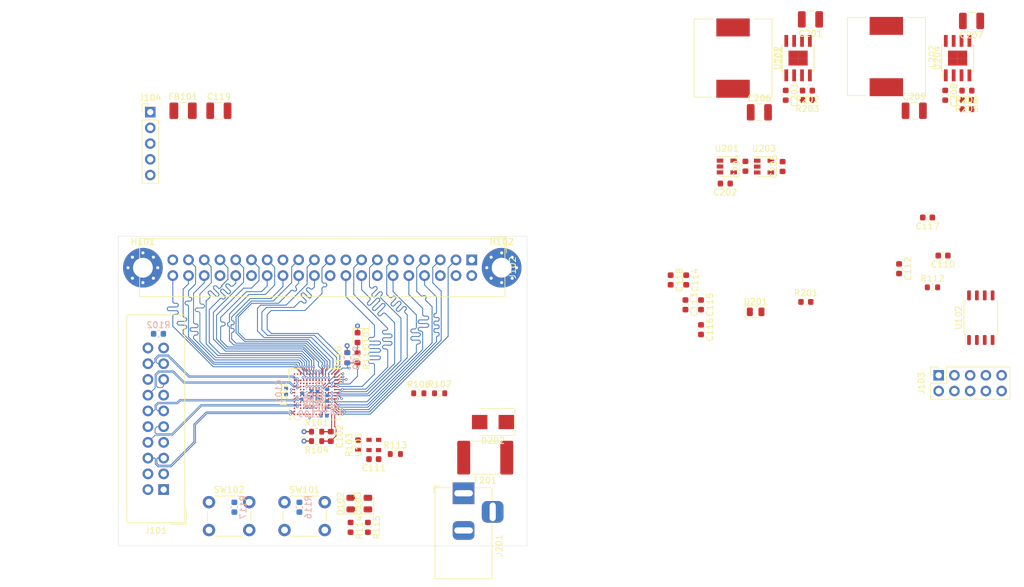
<source format=kicad_pcb>
(kicad_pcb (version 20211014) (generator pcbnew)
  (layers (0 "F.Cu" signal "Górna sygnałowa") (1 "In1.Cu" signal "Wewnętrzna 1 sygnałowa") (2 "In2.Cu" signal "Wewnętrzna 2 sygnałowa") (31 "B.Cu" signal "Dolna sygnałowa") (34 "B.Paste" user "Dolna pasty") (35 "F.Paste" user "Górna pasty") (36 "B.SilkS" user "Dolna opisowa") (37 "F.SilkS" user "Górna opisowa") (38 "B.Mask" user "Dolna sodermaski") (39 "F.Mask" user "Górna soldermaski") (44 "Edge.Cuts" user "Krawędziowa"))
  (net 0 "")
  (net 1 "GND")
  (net 2 "+3V3")
  (net 3 "+1V2")
  (net 4 "+2V5")
  (net 5 "/SS_B")
  (net 6 "/SCK")
  (net 7 "/SDO")
  (net 8 "/SDI")
  (net 9 "/CRESET")
  (net 10 "/CDONE")
  (net 11 "/R1")
  (net 12 "/R0")
  (net 13 "/R6")
  (net 14 "/G4")
  (net 15 "/G7")
  (net 16 "/G1")
  (net 17 "/G0")
  (net 18 "/B2")
  (net 19 "/B1")
  (net 20 "/DEN")
  (net 21 "/CLK")
  (net 22 "/B3")
  (net 23 "/B4")
  (net 24 "/B7")
  (net 25 "/R5")
  (net 26 "/B5")
  (net 27 "/B6")
  (net 28 "/R4")
  (net 29 "/R3")
  (net 30 "/R2")
  (net 31 "/R7")
  (net 32 "/G6")
  (net 33 "/G5")
  (net 34 "/G3")
  (net 35 "/G2")
  (net 36 "/B0")
  (net 37 "/H_SYNC")
  (net 38 "/V_SYNC")
  (net 39 "+12V")
  (net 40 "Net-(C102-Pad2)")
  (net 41 "Net-(C102-Pad1)")
  (net 42 "Net-(D101-Pad2)")
  (net 43 "Net-(D201-Pad2)")
  (net 44 "Net-(R107-Pad1)")
  (net 45 "Net-(R112-Pad2)")
  (net 46 "Net-(R113-Pad1)")
  (net 47 "Net-(R202-Pad2)")
  (net 48 "/SW1")
  (net 49 "/SW2")
  (net 50 "/RXout3_P")
  (net 51 "/RXout3_N")
  (net 52 "/RxoutC_P")
  (net 53 "/RxoutC_N")
  (net 54 "/RXout2_P")
  (net 55 "/RXout2_N")
  (net 56 "/RXout1_P")
  (net 57 "/RXout1_N")
  (net 58 "/RXout0_P")
  (net 59 "/RXout0_N")
  (net 60 "/lcd_VCC")
  (net 61 "/DPS")
  (net 62 "/RSV")
  (net 63 "/SEL68")
  (net 64 "/LED1")
  (net 65 "/LED2")
  (net 66 "/CLOCK")
  (net 67 "Net-(D102-Pad1)")
  (net 68 "Net-(D103-Pad1)")
  (net 69 "Net-(R103-Pad2)")
  (net 70 "+5V")
  (net 71 "Net-(F201-Pad2)")
  (net 72 "/BL_ADJ")
  (net 73 "/BL_EN")
  (net 74 "Net-(L201-Pad1)")
  (net 75 "Net-(L202-Pad1)")
  (net 76 "Net-(R204-Pad2)")
  (net 77 "Net-(R205-Pad1)")
  (net 89 "/Rxin0-")
  (net 90 "/Rxin0+")
  (net 97 "/Rxin1-")
  (net 107 "/Rxin1+")
  (net 116 "/RxCLK+")
  (net 117 "/RxCLK-")
  (net 126 "/Rxin2-")
  (net 127 "unconnected-(U101-PadL4)")
  (net 132 "/Rxin2+")
  (footprint "Capacitor_SMD:C_0603_1608Metric" (layer "F.Cu") (at 213.687 87.067 -90)
    (fp_text reference "C114")
    (fp_text value "100n")
  )
  (footprint "Capacitor_SMD:C_0603_1608Metric" (layer "F.Cu") (at 216.077 91.077 -90)
    (fp_text reference "C115")
    (fp_text value "100n")
  )
  (footprint "Capacitor_SMD:C_0603_1608Metric" (layer "F.Cu") (at 216.077 95.087 -90)
    (fp_text reference "C116")
    (fp_text value "100n")
  )
  (footprint "Capacitor_SMD:C_0603_1608Metric" (layer "F.Cu") (at 213.567 91.077 -90)
    (fp_text reference "C113")
    (fp_text value "100n")
  )
  (footprint "Capacitor_SMD:C_0603_1608Metric" (layer "F.Cu") (at 211.177 87.067 -90)
    (fp_text reference "C118")
    (fp_text value "100n")
  )
  (footprint "LED_SMD:LED_0603_1608Metric" (layer "F.Cu") (at 160.6296 96.3676 -90)
    (fp_text reference "D101")
    (fp_text value "Green")
  )
  (footprint "Resistor_SMD:R_0603_1608Metric" (layer "F.Cu") (at 173.8884 105.3592)
    (fp_text reference "R107")
    (fp_text value "10k")
  )
  (footprint "Resistor_SMD:R_0603_1608Metric" (layer "F.Cu") (at 170.5234 105.3592)
    (fp_text reference "R108")
    (fp_text value "22R")
  )
  (footprint "Resistor_SMD:R_0603_1608Metric" (layer "F.Cu") (at 158.9532 99.6188 90)
    (fp_text reference "R110")
    (fp_text value "2k2")
  )
  (footprint "Resistor_SMD:R_0603_1608Metric" (layer "F.Cu") (at 160.6296 99.631 -90)
    (fp_text reference "R111")
    (fp_text value "22R")
  )
  (footprint "Capacitor_SMD:C_0603_1608Metric" (layer "F.Cu") (at 220 71.5 180)
    (fp_text reference "C202")
    (fp_text value "100n")
  )
  (footprint "Capacitor_SMD:C_0603_1608Metric" (layer "F.Cu") (at 229.75 57.25 -90)
    (fp_text reference "C203")
    (fp_text value "100n")
  )
  (footprint "Capacitor_SMD:C_0603_1608Metric" (layer "F.Cu") (at 223.25 68.7125 90)
    (fp_text reference "C204")
    (fp_text value "100n")
  )
  (footprint "Capacitor_SMD:C_0603_1608Metric" (layer "F.Cu") (at 229.25 68.75 90)
    (fp_text reference "C205")
    (fp_text value "100n")
  )
  (footprint "Capacitor_SMD:C_1210_3225Metric" (layer "F.Cu") (at 225.5 60)
    (fp_text reference "C206")
    (fp_text value "22u/25V")
  )
  (footprint "Connector_BarrelJack:BarrelJack_Horizontal" (layer "F.Cu") (at 177.75 121.5 90)
    (fp_text reference "J201")
    (fp_text value "Barrel_Jack_Switch")
  )
  (footprint "Resistor_SMD:R_0603_1608Metric" (layer "F.Cu") (at 233.25 56.5 180)
    (fp_text reference "R202")
    (fp_text value "47k")
  )
  (footprint "Resistor_SMD:R_0603_1608Metric" (layer "F.Cu") (at 233.25 58 180)
    (fp_text reference "R203")
    (fp_text value "150k")
  )
  (footprint "Package_TO_SOT_SMD:SOT-23-5" (layer "F.Cu") (at 220.25 68.75)
    (fp_text reference "U201")
    (fp_text value "TLV71325PDBV")
  )
  (footprint "Package_SO:TI_SO-PowerPAD-8" (layer "F.Cu") (at 231.75 51.25 90)
    (fp_text reference "U202")
    (fp_text value "ST1S10PHR")
  )
  (footprint "Package_TO_SOT_SMD:SOT-23-5" (layer "F.Cu") (at 226.25 68.766)
    (fp_text reference "U203")
    (fp_text value "TLV71312PDBV")
  )
  (footprint "Diode_SMD:D_0805_2012Metric" (layer "F.Cu") (at 224.897 92.214)
    (fp_text reference "D201")
    (fp_text value "Green")
  )
  (footprint "Diode_SMD:D_SMB" (layer "F.Cu") (at 182.5 110 180)
    (fp_text reference "D202")
    (fp_text value "P6SMBJ15A")
  )
  (footprint "Resistor_SMD:R_0603_1608Metric" (layer "F.Cu") (at 233.007 90.609)
    (fp_text reference "R201")
    (fp_text value "200R")
  )
  (footprint "Diode_SMD:D_0805_2012Metric" (layer "F.Cu") (at 159.5374 123.1646 90)
    (fp_text reference "D102")
    (fp_text value "Green")
  )
  (footprint "Diode_SMD:D_0805_2012Metric" (layer "F.Cu") (at 162.306 123.1646 90)
    (fp_text reference "D103")
    (fp_text value "Green")
  )
  (footprint "Resistor_SMD:R_0603_1608Metric" (layer "F.Cu") (at 162.306 127 -90)
    (fp_text reference "R115")
    (fp_text value "470R")
  )
  (footprint "Capacitor_SMD:C_0603_1608Metric" (layer "F.Cu") (at 255.151 83.127 180)
    (fp_text reference "C110")
    (fp_text value "100n")
  )
  (footprint "Capacitor_SMD:C_0603_1608Metric" (layer "F.Cu") (at 248.051 85.252 -90)
    (fp_text reference "C112")
    (fp_text value "100n")
  )
  (footprint "Capacitor_SMD:C_0603_1608Metric" (layer "F.Cu") (at 252.651 76.977 180)
    (fp_text reference "C117")
    (fp_text value "100n")
  )
  (footprint "Connector_PinSocket_2.54mm:PinSocket_2x05_P2.54mm_Vertical" (layer "F.Cu") (at 254.445 102.453 90)
    (fp_text reference "J103")
    (fp_text value "Conn_02x05_Odd_Even")
  )
  (footprint "Resistor_SMD:R_0603_1608Metric" (layer "F.Cu") (at 253.445 88.253)
    (fp_text reference "R112")
    (fp_text value "10k")
  )
  (footprint "Package_SO:SOIC-8_5.23x5.23mm_P1.27mm" (layer "F.Cu") (at 261.245 93.153 90)
    (fp_text reference "U102")
    (fp_text value "W25Q32JVSS")
  )
  (footprint "MountingHole:MountingHole_3.2mm_M3_Pad_Via" (layer "F.Cu") (at 183.896 85.09)
    (fp_text reference "H102")
    (fp_text value "MountingHole_Pad")
  )
  (footprint "MountingHole:MountingHole_3.2mm_M3_Pad_Via" (layer "F.Cu") (at 125.984 85.09)
    (fp_text reference "H101")
    (fp_text value "MountingHole_Pad")
  )
  (footprint "Connector_IDC:IDC-Header_2x20_P2.54mm_Vertical" (layer "F.Cu") (at 179.07 83.82 -90)
    (fp_text reference "J102")
    (fp_text value "Raspberry_Pi_2_3")
  )
  (footprint "Connector_IDC:IDC-Header_2x10_P2.54mm_Vertical" (layer "F.Cu") (at 129.3368 120.904 180)
    (fp_text reference "J101")
    (fp_text value "TFT_LCD_MODULE")
  )
  (footprint "Resistor_SMD:R_0603_1608Metric" (layer "F.Cu") (at 159.512 127 -90)
    (fp_text reference "R114")
    (fp_text value "470R")
  )
  (footprint "Button_Switch_THT:SW_PUSH_6mm_H4.3mm" (layer "F.Cu") (at 148.844 122.936)
    (fp_text reference "SW101")
    (fp_text value "SW1")
  )
  (footprint "Button_Switch_THT:SW_PUSH_6mm_H4.3mm" (layer "F.Cu") (at 136.652 122.936)
    (fp_text reference "SW102")
    (fp_text value "SW2")
  )
  (footprint "Capacitor_SMD:C_1210_3225Metric" (layer "F.Cu") (at 138.25 59.75)
    (fp_text reference "C119")
    (fp_text value "22u/25V")
  )
  (footprint "Capacitor_SMD:C_1210_3225Metric" (layer "F.Cu") (at 259.75 45.25 180)
    (fp_text reference "C207")
    (fp_text value "10u/35V")
  )
  (footprint "Capacitor_SMD:C_0603_1608Metric" (layer "F.Cu") (at 255.5 57.25 -90)
    (fp_text reference "C208")
    (fp_text value "100n")
  )
  (footprint "Capacitor_SMD:C_1210_3225Metric" (layer "F.Cu") (at 250.5 59.75)
    (fp_text reference "C209")
    (fp_text value "22u/25V")
  )
  (footprint "Fuse:Fuse_2920_7451Metric_Pad2.10x5.45mm_HandSolder" (layer "F.Cu") (at 181.25 115.75 180)
    (fp_text reference "F201")
    (fp_text value "SL200-16")
  )
  (footprint "Inductor_SMD:L_1210_3225Metric_Pad1.42x2.65mm_HandSolder" (layer "F.Cu") (at 132.47 59.75)
    (fp_text reference "FB101")
    (fp_text value "Ferrite_Bead_Small")
  )
  (footprint "Connector_PinHeader_2.54mm:PinHeader_1x05_P2.54mm_Vertical" (layer "F.Cu") (at 127.17 59.97)
    (fp_text reference "J104")
    (fp_text value "LCD_BACKLIGHT")
  )
  (footprint "Inductor_SMD:L_12x12mm_H8mm" (layer "F.Cu") (at 221.25 51.25 -90)
    (fp_text reference "L201")
    (fp_text value "4u7")
  )
  (footprint "Inductor_SMD:L_12x12mm_H8mm" (layer "F.Cu") (at 246 51 -90)
    (fp_text reference "L202")
    (fp_text value "4u7")
  )
  (footprint "Resistor_SMD:R_0603_1608Metric" (layer "F.Cu") (at 259 56.5 180)
    (fp_text reference "R204")
    (fp_text value "10k")
  )
  (footprint "Resistor_SMD:R_0603_1608Metric" (layer "F.Cu") (at 259 58 180)
    (fp_text reference "R205")
    (fp_text value "27k")
  )
  (footprint "Resistor_SMD:R_0603_1608Metric" (layer "F.Cu") (at 259 59.5)
    (fp_text reference "R206")
    (fp_text value "27k")
  )
  (footprint "Package_SO:TI_SO-PowerPAD-8" (layer "F.Cu") (at 257.5 51.25 90)
    (fp_text reference "U204")
    (fp_text value "ST1S10PHR")
  )
  (footprint "Capacitor_SMD:C_1210_3225Metric" (layer "F.Cu") (at 233.75 45 180)
    (fp_text reference "C201")
    (fp_text value "10u/35V")
  )
  (footprint "Resistor_SMD:R_0603_1608Metric" (layer "F.Cu") (at 166.7378 115.1636)
    (fp_text reference "R113")
    (fp_text value "10k")
  )
  (footprint "Capacitor_SMD:C_0603_1608Metric" (layer "F.Cu") (at 163.2578 115.9866 180)
    (fp_text reference "C111")
    (fp_text value "10n")
  )
  (footprint "Resistor_SMD:R_0603_1608Metric" (layer "F.Cu") (at 160.7178 113.7006 90)
    (fp_text reference "R103")
    (fp_text value "22R")
  )
  (footprint "ice40:Lattice_csBGA-132_Option2" (layer "F.Cu") (at 153.6982 105.5098 90)
    (fp_text reference "U101")
    (fp_text value "iCE40HX1K-CB132")
  )
  (footprint "Oscillator:Oscillator_SMD_Abracon_ASDMB-4Pin_2.5x2.0mm" (layer "F.Cu") (at 163.2578 113.7006 90)
    (fp_text reference "U103")
    (fp_text value "520-2520MVLC-400BNTR")
  )
  (footprint "Resistor_SMD:R_0603_1608Metric" (layer "F.Cu") (at 154.0256 111.5568)
    (fp_text reference "R101")
    (fp_text value "0R")
  )
  (footprint "Capacitor_SMD:C_0603_1608Metric" (layer "F.Cu") (at 156.3116 112.3188 -90)
    (fp_text reference "C102")
    (fp_text value "NM")
  )
  (footprint "Resistor_SMD:R_0603_1608Metric" (layer "F.Cu") (at 154.0256 113.0808 180)
    (fp_text reference "R104")
    (fp_text value "NM")
  )
  (footprint "Capacitor_SMD:C_0402_1005Metric" (layer "B.Cu") (at 149.098 105.0544 -90)
    (fp_text reference "C101")
    (fp_text value "100n")
  )
  (footprint "Capacitor_SMD:C_0402_1005Metric" (layer "B.Cu") (at 155.7528 107.0864 90)
    (fp_text reference "C105")
    (fp_text value "100n")
  )
  (footprint "Resistor_SMD:R_0603_1608Metric" (layer "B.Cu") (at 151.25 123.75 90)
    (fp_text reference "R116")
    (fp_text value "10k")
  )
  (footprint "Resistor_SMD:R_0603_1608Metric" (layer "B.Cu") (at 140.75 123.75 90)
    (fp_text reference "R117")
    (fp_text value "10k")
  )
  (footprint "Resistor_SMD:R_0603_1608Metric" (layer "B.Cu") (at 128.4987 95.758 180)
    (fp_text reference "R102")
    (fp_text value "NM")
  )
  (footprint "Capacitor_SMD:C_0402_1005Metric" (layer "B.Cu") (at 153.6942 106.0288)
    (fp_text reference "C108")
    (fp_text value "100n")
  )
  (footprint "Capacitor_SMD:C_0402_1005Metric" (layer "B.Cu") (at 152.9322 107.5528)
    (fp_text reference "C109")
    (fp_text value "100n")
  )
  (footprint "Capacitor_SMD:C_0402_1005Metric" (layer "B.Cu") (at 151.7142 105.8418 90)
    (fp_text reference "C107")
    (fp_text value "100n")
  )
  (footprint "Capacitor_SMD:C_0402_1005Metric" (layer "B.Cu") (at 153.6942 105.0128)
    (fp_text reference "C106")
    (fp_text value "100n")
  )
  (footprint "Capacitor_SMD:C_0402_1005Metric" (layer "B.Cu") (at 155.7528 105.2068 -90)
    (fp_text reference "C104")
    (fp_text value "100n")
  )
  (footprint "Capacitor_SMD:C_0402_1005Metric" (layer "B.Cu") (at 155.194 108.966 180)
    (fp_text reference "C103")
    (fp_text value "100n")
  )
  (footprint "Resistor_SMD:R_0603_1608Metric" (layer "B.Cu") (at 159.004 99.6188 90)
    (fp_text reference "R109")
    (fp_text value "10k")
  )
  (gr_line (start 188 130) (end 122 130) (layer "Edge.Cuts") (width 0.05))
  (gr_line (start 125 80) (end 188 80) (layer "Edge.Cuts") (width 0.05))
  (gr_line (start 188 80) (end 188 130) (layer "Edge.Cuts") (width 0.05))
  (gr_line (start 125 80) (end 122 80) (layer "Edge.Cuts") (width 0.05))
  (gr_line (start 122 80) (end 122 130) (layer "Edge.Cuts") (width 0.05))
  (segment (start 153.9482 105.2598) (end 153.9482 106.2598) (width 0.127) (layer "F.Cu") (net 1))
  (segment (start 152.9482 105.7598) (end 152.4482 105.7598) (width 0.127) (layer "F.Cu") (net 1))
  (segment (start 150.4482 104.7598) (end 149.9482 104.7598) (width 0.127) (layer "F.Cu") (net 1))
  (segment (start 154.4482 105.2598) (end 153.4482 105.2598) (width 0.127) (layer "F.Cu") (net 1))
  (segment (start 152.9482 105.7598) (end 153.9482 105.7598) (width 0.127) (layer "F.Cu") (net 1))
  (segment (start 155.4482 107.7598) (end 155.4482 108.2598) (width 0.127) (layer "F.Cu") (net 1))
  (segment (start 153.9482 106.2598) (end 153.9482 106.7598) (width 0.127) (layer "F.Cu") (net 1))
  (segment (start 154.4482 102.2598) (end 154.4482 101.7598) (width 0.127) (layer "F.Cu") (net 1))
  (segment (start 153.2006 113.0808) (end 151.9936 113.0808) (width 0.2) (layer "F.Cu") (net 1))
  (segment (start 154.4482 105.2598) (end 154.9482 105.2598) (width 0.127) (layer "F.Cu") (net 1))
  (segment (start 153.4482 104.7598) (end 153.4482 104.2598) (width 0.127) (layer "F.Cu") (net 1))
  (segment (start 156.9482 106.2598) (end 157.4482 106.2598) (width 0.146812) (layer "F.Cu") (net 1))
  (segment (start 153.4482 104.7598) (end 153.4482 105.7598) (width 0.127) (layer "F.Cu") (net 1))
  (segment (start 160.6296 95.5801) (end 160.6296 94.488) (width 0.127) (layer "F.Cu") (net 1))
  (via (at 153.9482 106.7598) (size 0.4) (drill 0.2) (layers "F.Cu" "B.Cu") (net 1))
  (via (at 149.9482 104.7598) (size 0.4) (drill 0.2) (layers "F.Cu" "B.Cu") (net 1))
  (via (at 154.9482 105.2598) (size 0.4) (drill 0.2) (layers "F.Cu" "B.Cu") (net 1))
  (via (at 154.4482 101.7598) (size 0.4) (drill 0.2) (layers "F.Cu" "B.Cu") (net 1))
  (via (at 155.4482 108.2598) (size 0.4) (drill 0.2) (layers "F.Cu" "B.Cu") (net 1))
  (via (at 153.4482 104.2598) (size 0.4) (drill 0.2) (layers "F.Cu" "B.Cu") (net 1))
  (via (at 152.4482 105.7598) (size 0.4) (drill 0.2) (layers "F.Cu" "B.Cu") (net 1))
  (via (at 152.9322 109.3308) (size 0.4) (drill 0.2) (layers "F.Cu" "B.Cu") (net 1))
  (via (at 157.4482 106.2598) (size 0.4) (drill 0.2) (layers "F.Cu" "B.Cu") (net 1))
  (via (at 151.9936 113.0808) (size 0.8) (drill 0.4) (layers "F.Cu" "B.Cu") (net 1))
  (via (at 160.6296 94.488) (size 0.8) (drill 0.4) (layers "F.Cu" "B.Cu") (net 1))
  (segment (start 154.4482 104.7598) (end 154.4482 104.2598) (width 0.127) (layer "F.Cu") (net 2))
  (segment (start 152.9482 104.7598) (end 152.9482 104.2598) (width 0.127) (layer "F.Cu") (net 2))
  (segment (start 153.9482 102.2598) (end 153.9482 101.7598) (width 0.127) (layer "F.Cu") (net 2))
  (segment (start 153.2006 111.5568) (end 151.9936 111.5568) (width 0.2) (layer "F.Cu") (net 2))
  (segment (start 155.9482 106.7598) (end 156.4452 106.7598) (width 0.127) (layer "F.Cu") (net 2))
  (segment (start 156.4452 106.7598) (end 156.4482 106.7568) (width 0.127) (layer "F.Cu") (net 2))
  (segment (start 155.4482 103.7598) (end 154.9482 104.2598) (width 0.127) (layer "F.Cu") (net 2))
  (segment (start 158.9532 98.7938) (end 158.9532 97.6884) (width 0.127) (layer "F.Cu") (net 2))
  (via (at 152.9482 104.2598) (size 0.4) (drill 0.2) (layers "F.Cu" "B.Cu") (net 2))
  (via (at 154.4482 104.2598) (size 0.4) (drill 0.2) (layers "F.Cu" "B.Cu") (net 2))
  (via (at 156.4482 106.7568) (size 0.4) (drill 0.2) (layers "F.Cu" "B.Cu") (net 2))
  (via (at 153.9482 101.7598) (size 0.4) (drill 0.2) (layers "F.Cu" "B.Cu") (net 2))
  (via (at 154.9482 104.2598) (size 0.4) (drill 0.2) (layers "F.Cu" "B.Cu") (net 2))
  (via (at 151.9936 111.5568) (size 0.8) (drill 0.4) (layers "F.Cu" "B.Cu") (net 2))
  (via (at 158.9532 97.6884) (size 0.8) (drill 0.4) (layers "F.Cu" "B.Cu") (net 2))
  (segment (start 159.004 98.7938) (end 159.004 97.7392) (width 0.127) (layer "B.Cu") (net 2))
  (segment (start 159.004 97.7392) (end 158.9532 97.6884) (width 0.127) (layer "B.Cu") (net 2))
  (segment (start 153.9482 104.7598) (end 153.9482 104.2598) (width 0.127) (layer "F.Cu") (net 3))
  (segment (start 153.4482 106.2598) (end 153.4482 106.7598) (width 0.127) (layer "F.Cu") (net 3))
  (segment (start 154.4482 105.7598) (end 154.9482 105.7598) (width 0.127) (layer "F.Cu") (net 3))
  (segment (start 154.4482 107.2598) (end 154.4482 106.7598) (width 0.127) (layer "F.Cu") (net 3))
  (segment (start 152.9482 105.2598) (end 152.4482 105.2598) (width 0.127) (layer "F.Cu") (net 3))
  (via (at 153.9482 104.2598) (size 0.4) (drill 0.2) (layers "F.Cu" "B.Cu") (net 3))
  (via (at 152.4482 105.2598) (size 0.4) (drill 0.2) (layers "F.Cu" "B.Cu") (net 3))
  (via (at 153.4482 106.7598) (size 0.4) (drill 0.2) (layers "F.Cu" "B.Cu") (net 3))
  (via (at 154.9482 105.7598) (size 0.4) (drill 0.2) (layers "F.Cu" "B.Cu") (net 3))
  (via (at 154.4482 106.7598) (size 0.4) (drill 0.2) (layers "F.Cu" "B.Cu") (net 3))
  (segment (start 152.9482 106.2598) (end 152.4482 106.2598) (width 0.127) (layer "F.Cu") (net 4))
  (segment (start 150.4482 105.2598) (end 149.9482 105.2598) (width 0.127) (layer "F.Cu") (net 4))
  (segment (start 154.9482 108.7598) (end 154.9482 108.2568) (width 0.127) (layer "F.Cu") (net 4))
  (segment (start 154.4482 106.2598) (end 154.9482 106.2598) (width 0.127) (layer "F.Cu") (net 4))
  (via (at 152.4482 106.2598) (size 0.4) (drill 0.2) (layers "F.Cu" "B.Cu") (net 4))
  (via (at 149.9482 105.2598) (size 0.4) (drill 0.2) (layers "F.Cu" "B.Cu") (net 4))
  (via (at 154.9482 108.2568) (size 0.4) (drill 0.2) (layers "F.Cu" "B.Cu") (net 4))
  (via (at 154.9482 106.2598) (size 0.4) (drill 0.2) (layers "F.Cu" "B.Cu") (net 4))
  (segment (start 156.9482 102.7598) (end 157.3442 102.7598) (width 0.146812) (layer "F.Cu") (net 5))
  (segment (start 157.3442 102.7598) (end 157.8852 102.2188) (width 0.146812) (layer "F.Cu") (net 5))
  (segment (start 157.8852 102.2188) (end 158.2662 102.2188) (width 0.146812) (layer "F.Cu") (net 5))
  (via (at 158.2662 102.2188) (size 0.4) (drill 0.2) (layers "F.Cu" "B.Cu") (net 5))
  (segment (start 158.0122 102.7268) (end 158.2662 102.7268) (width 0.127) (layer "F.Cu") (net 6))
  (segment (start 157.4792 103.2598) (end 158.0122 102.7268) (width 0.146812) (layer "F.Cu") (net 6))
  (segment (start 156.9482 103.2598) (end 157.4792 103.2598) (width 0.146812) (layer "F.Cu") (net 6))
  (via (at 158.2662 102.7268) (size 0.4) (drill 0.2) (layers "F.Cu" "B.Cu") (net 6))
  (segment (start 155.9482 103.7598) (end 156.4482 103.7598) (width 0.127) (layer "F.Cu") (net 7))
  (via (at 156.4482 103.7598) (size 0.4) (drill 0.2) (layers "F.Cu" "B.Cu") (net 7))
  (via (at 158.8008 103.124) (size 0.4) (drill 0.2) (layers "F.Cu" "B.Cu") (net 7))
  (segment (start 158.7846 103.1078) (end 158.8008 103.124) (width 0.146812) (layer "B.Cu") (net 7))
  (segment (start 157.084 103.124) (end 158.8008 103.124) (width 0.146812) (layer "B.Cu") (net 7))
  (segment (start 158.7742 103.1078) (end 158.7846 103.1078) (width 0.146812) (layer "B.Cu") (net 7))
  (segment (start 156.4482 103.7598) (end 157.084 103.124) (width 0.146812) (layer "B.Cu") (net 7))
  (segment (start 156.9482 103.7598) (end 157.4872 103.7598) (width 0.146812) (layer "F.Cu") (net 8))
  (segment (start 157.7582 103.4888) (end 158.2662 103.4888) (width 0.146812) (layer "F.Cu") (net 8))
  (segment (start 157.4872 103.7598) (end 157.7582 103.4888) (width 0.146812) (layer "F.Cu") (net 8))
  (via (at 158.2662 103.4888) (size 0.4) (drill 0.2) (layers "F.Cu" "B.Cu") (net 8))
  (segment (start 155.4482 104.2598) (end 154.9482 104.7598) (width 0.127) (layer "F.Cu") (net 9))
  (via (at 154.9482 104.7598) (size 0.4) (drill 0.2) (layers "F.Cu" "B.Cu") (net 9))
  (via (at 159.3088 101.2952) (size 0.4) (drill 0.2) (layers "F.Cu" "B.Cu") (net 9))
  (segment (start 159.258 101.2952) (end 159.3088 101.2952) (width 0.146812) (layer "B.Cu") (net 9))
  (segment (start 158.1658 101.2952) (end 159.004 101.2952) (width 0.146812) (layer "B.Cu") (net 9))
  (segment (start 154.986043 104.7598) (end 155.284858 104.460985) (width 0.146812) (layer "B.Cu") (net 9))
  (segment (start 156.084793 103.630103) (end 156.084793 103.376207) (width 0.146812) (layer "B.Cu") (net 9))
  (segment (start 156.084793 103.376207) (end 158.1658 101.2952) (width 0.146812) (layer "B.Cu") (net 9))
  (segment (start 154.9482 104.7598) (end 154.986043 104.7598) (width 0.146812) (layer "B.Cu") (net 9))
  (segment (start 159.004 101.2952) (end 159.258 101.2952) (width 0.146812) (layer "B.Cu") (net 9))
  (segment (start 159.004 100.4438) (end 159.004 101.2952) (width 0.127) (layer "B.Cu") (net 9))
  (segment (start 155.269384 104.445512) (end 156.084793 103.630103) (width 0.146812) (layer "B.Cu") (net 9))
  (segment (start 155.9482 104.2598) (end 156.4482 104.2598) (width 0.127) (layer "F.Cu") (net 10))
  (segment (start 158.9654 100.456) (end 158.9532 100.4438) (width 0.127) (layer "F.Cu") (net 10))
  (segment (start 160.6296 100.456) (end 160.6296 101.346) (width 0.127) (layer "F.Cu") (net 10))
  (segment (start 160.6296 100.456) (end 158.9654 100.456) (width 0.127) (layer "F.Cu") (net 10))
  (via (at 156.4482 104.2598) (size 0.4) (drill 0.2) (layers "F.Cu" "B.Cu") (net 10))
  (via (at 160.6296 101.346) (size 0.4) (drill 0.2) (layers "F.Cu" "B.Cu") (net 10))
  (segment (start 156.4482 104.2598) (end 156.731042 104.2598) (width 0.146812) (layer "B.Cu") (net 10))
  (segment (start 156.731042 104.2598) (end 157.121042 103.8698) (width 0.146812) (layer "B.Cu") (net 10))
  (segment (start 160.6296 102.616) (end 160.6296 101.346) (width 0.146812) (layer "B.Cu") (net 10))
  (segment (start 157.121042 103.8698) (end 159.3758 103.8698) (width 0.146812) (layer "B.Cu") (net 10))
  (segment (start 159.3758 103.8698) (end 160.6296 102.616) (width 0.146812) (layer "B.Cu") (net 10))
  (segment (start 151.4482 102.2598) (end 151.4482 102.0048) (width 0.146812) (layer "F.Cu") (net 11))
  (segment (start 151.4482 102.0048) (end 150.5192 101.0758) (width 0.146812) (layer "F.Cu") (net 11))
  (via (at 150.5192 101.0758) (size 0.4) (drill 0.2) (layers "F.Cu" "B.Cu") (net 11))
  (segment (start 130.81 92.9256) (end 130.81 94.5388) (width 0.146812) (layer "B.Cu") (net 11))
  (segment (start 137.347 101.0758) (end 150.5192 101.0758) (width 0.146812) (layer "B.Cu") (net 11))
  (segment (start 130.21787 92.0256) (end 130.81 92.0256) (width 0.146812) (layer "B.Cu") (net 11))
  (segment (start 130.81 92.0256) (end 131.40213 92.0256) (width 0.146812) (layer "B.Cu") (net 11))
  (segment (start 131.40213 91.4256) (end 131.11 91.4256) (width 0.146812) (layer "B.Cu") (net 11))
  (segment (start 131.11 90.8256) (end 131.40213 90.8256) (width 0.146812) (layer "B.Cu") (net 11))
  (segment (start 130.81 86.36) (end 130.81 90.5256) (width 0.146812) (layer "B.Cu") (net 11))
  (segment (start 131.40213 92.6256) (end 131.11 92.6256) (width 0.146812) (layer "B.Cu") (net 11))
  (segment (start 130.81 94.5388) (end 137.347 101.0758) (width 0.146812) (layer "B.Cu") (net 11))
  (segment (start 131.11 91.4256) (end 130.21787 91.4256) (width 0.146812) (layer "B.Cu") (net 11))
  (arc (start 130.81 90.5256) (mid 130.897868 90.737732) (end 131.11 90.8256) (width 0.146812) (layer "B.Cu") (net 11))
  (arc (start 131.70213 91.1256) (mid 131.614262 91.337732) (end 131.40213 91.4256) (width 0.146812) (layer "B.Cu") (net 11))
  (arc (start 131.11 92.6256) (mid 130.897868 92.713468) (end 130.81 92.9256) (width 0.146812) (layer "B.Cu") (net 11))
  (arc (start 131.70213 92.3256) (mid 131.614262 92.537732) (end 131.40213 92.6256) (width 0.146812) (layer "B.Cu") (net 11))
  (arc (start 131.40213 92.0256) (mid 131.614262 92.113468) (end 131.70213 92.3256) (width 0.146812) (layer "B.Cu") (net 11))
  (arc (start 129.91787 91.7256) (mid 130.005738 91.937732) (end 130.21787 92.0256) (width 0.146812) (layer "B.Cu") (net 11))
  (arc (start 131.40213 90.8256) (mid 131.614262 90.913468) (end 131.70213 91.1256) (width 0.146812) (layer "B.Cu") (net 11))
  (arc (start 130.21787 91.4256) (mid 130.005738 91.513468) (end 129.91787 91.7256) (width 0.146812) (layer "B.Cu") (net 11))
  (segment (start 152.4482 103.2598) (end 152.4482 102.8778) (width 0.127) (layer "F.Cu") (net 12))
  (segment (start 152.4482 102.8778) (end 152.4242 102.8538) (width 0.127) (layer "F.Cu") (net 12))
  (via (at 152.4242 102.8538) (size 0.4) (drill 0.2) (layers "F.Cu" "B.Cu") (net 12))
  (segment (start 133.047233 94.689168) (end 133.047233 94.65) (width 0.146812) (layer "B.Cu") (net 12))
  (segment (start 132.766816 94.369584) (end 132.4864 94.369584) (width 0.146812) (layer "B.Cu") (net 12))
  (segment (start 132.4864 93.75) (end 132.766817 93.75) (width 0.146812) (layer "B.Cu") (net 12))
  (segment (start 152.4242 102.8538) (end 150.9002 101.3298) (width 0.146812) (layer "B.Cu") (net 12))
  (segment (start 132.4864 94.369584) (end 132.4864 94.35) (width 0.146812) (layer "B.Cu") (net 12))
  (segment (start 150.749 100.6602) (end 137.3886 100.6602) (width 0.146812) (layer "B.Cu") (net 12))
  (segment (start 132.766817 94.369584) (end 132.766816 94.369584) (width 0.146812) (layer "B.Cu") (net 12))
  (segment (start 132.4864 91.267212) (end 132.4864 88.5444) (width 0.146812) (layer "B.Cu") (net 12))
  (segment (start 132.4864 92.869584) (end 132.4864 91.267212) (width 0.146812) (layer "B.Cu") (net 12))
  (segment (start 133.047233 93.469584) (end 133.047233 93.430416) (width 0.146812) (layer "B.Cu") (net 12))
  (segment (start 132.766817 93.15) (end 132.766816 93.15) (width 0.146812) (layer "B.Cu") (net 12))
  (segment (start 150.9002 101.3298) (end 150.9002 100.8114) (width 0.146812) (layer "B.Cu") (net 12))
  (segment (start 132.4864 88.5444) (end 133.35 87.6808) (width 0.146812) (layer "B.Cu") (net 12))
  (segment (start 131.825567 93.75) (end 132.4864 93.75) (width 0.146812) (layer "B.Cu") (net 12))
  (segment (start 133.35 87.6808) (end 133.35 86.36) (width 0.146812) (layer "B.Cu") (net 12))
  (segment (start 132.4864 95.758) (end 132.4864 95.25) (width 0.146812) (layer "B.Cu") (net 12))
  (segment (start 132.4864 94.35) (end 131.825567 94.35) (width 0.146812) (layer "B.Cu") (net 12))
  (segment (start 132.766816 94.969584) (end 132.766817 94.969584) (width 0.146812) (layer "B.Cu") (net 12))
  (segment (start 137.3886 100.6602) (end 132.4864 95.758) (width 0.146812) (layer "B.Cu") (net 12))
  (segment (start 150.9002 100.8114) (end 150.749 100.6602) (width 0.146812) (layer "B.Cu") (net 12))
  (arc (start 132.766816 93.15) (mid 132.568532 93.067868) (end 132.4864 92.869584) (width 0.146812) (layer "B.Cu") (net 12))
  (arc (start 133.047233 94.65) (mid 132.965101 94.451716) (end 132.766817 94.369584) (width 0.146812) (layer "B.Cu") (net 12))
  (arc (start 132.766817 93.75) (mid 132.965101 93.667868) (end 133.047233 93.469584) (width 0.146812) (layer "B.Cu") (net 12))
  (arc (start 132.4864 95.25) (mid 132.568532 95.051716) (end 132.766816 94.969584) (width 0.146812) (layer "B.Cu") (net 12))
  (arc (start 133.047233 93.430416) (mid 132.965101 93.232132) (end 132.766817 93.15) (width 0.146812) (layer "B.Cu") (net 12))
  (arc (start 131.825567 94.35) (mid 131.613435 94.262132) (end 131.525567 94.05) (width 0.146812) (layer "B.Cu") (net 12))
  (arc (start 132.766817 94.969584) (mid 132.965101 94.887452) (end 133.047233 94.689168) (width 0.146812) (layer "B.Cu") (net 12))
  (arc (start 131.525567 94.05) (mid 131.613435 93.837868) (end 131.825567 93.75) (width 0.146812) (layer "B.Cu") (net 12))
  (segment (start 151.9482 102.2598) (end 151.9482 101.7428) (width 0.127) (layer "F.Cu") (net 13))
  (segment (start 151.9482 101.7428) (end 151.2812 101.0758) (width 0.127) (layer "F.Cu") (net 13))
  (via (at 151.2812 101.0758) (size 0.4) (drill 0.2) (layers "F.Cu" "B.Cu") (net 13))
  (segment (start 151.0538 100.3554) (end 151.2812 100.5828) (width 0.146812) (layer "B.Cu") (net 13))
  (segment (start 133.35 90.468531) (end 133.35 90.4862) (width 0.146812) (layer "B.Cu") (net 13))
  (segment (start 134.494406 87.704794) (end 133.35 88.8492) (width 0.146812) (layer "B.Cu") (net 13))
  (segment (start 133.607331 90.468531) (end 133.35 90.468531) (width 0.146812) (layer "B.Cu") (net 13))
  (segment (start 133.35 88.8492) (end 133.35 89.6112) (width 0.146812) (layer "B.Cu") (net 13))
  (segment (start 133.35 92.791274) (end 133.35 96.266) (width 0.146812) (layer "B.Cu") (net 13))
  (segment (start 133.35 83.82) (end 134.5 84.97) (width 0.146812) (layer "B.Cu") (net 13))
  (segment (start 133.35 91.368531) (end 133.35 92.791274) (width 0.146812) (layer "B.Cu") (net 13))
  (segment (start 132.785338 90.768531) (end 132.785338 90.803869) (width 0.146812) (layer "B.Cu") (net 13))
  (segment (start 137.4394 100.3554) (end 151.0538 100.3554) (width 0.146812) (layer "B.Cu") (net 13))
  (segment (start 133.35 90.4862) (end 133.067669 90.4862) (width 0.146812) (layer "B.Cu") (net 13))
  (segment (start 133.35 96.266) (end 137.4394 100.3554) (width 0.146812) (layer "B.Cu") (net 13))
  (segment (start 151.2812 100.5828) (end 151.2812 101.0758) (width 0.146812) (layer "B.Cu") (net 13))
  (segment (start 134.5 84.97) (end 134.494406 87.704794) (width 0.146812) (layer "B.Cu") (net 13))
  (segment (start 133.864662 90.125862) (end 133.864662 90.2112) (width 0.146812) (layer "B.Cu") (net 13))
  (arc (start 133.067669 91.0862) (mid 133.267307 91.168893) (end 133.35 91.368531) (width 0.146812) (layer "B.Cu") (net 13))
  (arc (start 132.785338 90.803869) (mid 132.868031 91.003507) (end 133.067669 91.0862) (width 0.146812) (layer "B.Cu") (net 13))
  (arc (start 133.35 89.6112) (mid 133.425371 89.79316) (end 133.607331 89.868531) (width 0.146812) (layer "B.Cu") (net 13))
  (arc (start 133.607331 89.868531) (mid 133.789291 89.943902) (end 133.864662 90.125862) (width 0.146812) (layer "B.Cu") (net 13))
  (arc (start 133.067669 90.4862) (mid 132.868031 90.568893) (end 132.785338 90.768531) (width 0.146812) (layer "B.Cu") (net 13))
  (arc (start 133.864662 90.2112) (mid 133.789291 90.39316) (end 133.607331 90.468531) (width 0.146812) (layer "B.Cu") (net 13))
  (segment (start 152.9482 103.2598) (end 152.9482 102.8698) (width 0.127) (layer "F.Cu") (net 14))
  (segment (start 152.9482 102.8698) (end 152.9322 102.8538) (width 0.127) (layer "F.Cu") (net 14))
  (via (at 152.9322 102.8538) (size 0.4) (drill 0.2) (layers "F.Cu" "B.Cu") (net 14))
  (segment (start 152.9322 102.4728) (end 152.9322 102.8538) (width 0.146812) (layer "B.Cu") (net 14))
  (segment (start 134.6128 94.166) (end 134.4628 94.166) (width 0.146812) (layer "B.Cu") (net 14))
  (segment (start 137.6172 99.9744) (end 134.1628 96.52) (width 0.146812) (layer "B.Cu") (net 14))
  (segment (start 134.1628 93.866) (end 134.1628 92.364537) (width 0.146812) (layer "B.Cu") (net 14))
  (segment (start 134.1628 96.52) (end 134.1628 96.266) (width 0.146812) (layer "B.Cu") (net 14))
  (segment (start 134.1628 89.2302) (end 135.89 87.503) (width 0.146812) (layer "B.Cu") (net 14))
  (segment (start 135.89 87.503) (end 135.89 86.36) (width 0.146812) (layer "B.Cu") (net 14))
  (segment (start 134.1628 94.766) (end 134.6128 94.766) (width 0.146812) (layer "B.Cu") (net 14))
  (segment (start 151.6622 100.4558) (end 151.1808 99.9744) (width 0.146812) (layer "B.Cu") (net 14))
  (segment (start 133.6128 95.091) (end 133.6128 95.041) (width 0.146812) (layer "B.Cu") (net 14))
  (segment (start 152.917018 102.4728) (end 152.9322 102.4728) (width 0.127) (layer "B.Cu") (net 14))
  (segment (start 134.1628 92.364537) (end 134.1628 89.2302) (width 0.146812) (layer "B.Cu") (net 14))
  (segment (start 151.1808 99.9744) (end 137.6172 99.9744) (width 0.146812) (layer "B.Cu") (net 14))
  (segment (start 134.6128 95.366) (end 134.4628 95.366) (width 0.146812) (layer "B.Cu") (net 14))
  (segment (start 151.6622 101.217982) (end 151.6622 100.4558) (width 0.146812) (layer "B.Cu") (net 14))
  (segment (start 152.917018 102.4728) (end 151.6622 101.217982) (width 0.146812) (layer "B.Cu") (net 14))
  (segment (start 134.4628 95.966) (end 134.6128 95.966) (width 0.146812) (layer "B.Cu") (net 14))
  (segment (start 134.4628 95.366) (end 133.8878 95.366) (width 0.146812) (layer "B.Cu") (net 14))
  (segment (start 133.8878 94.766) (end 134.1628 94.766) (width 0.146812) (layer "B.Cu") (net 14))
  (arc (start 134.6128 94.766) (mid 134.824932 94.678132) (end 134.9128 94.466) (width 0.146812) (layer "B.Cu") (net 14))
  (arc (start 134.1628 96.266) (mid 134.250668 96.053868) (end 134.4628 95.966) (width 0.146812) (layer "B.Cu") (net 14))
  (arc (start 134.9128 95.666) (mid 134.824932 95.453868) (end 134.6128 95.366) (width 0.146812) (layer "B.Cu") (net 14))
  (arc (start 134.6128 95.966) (mid 134.824932 95.878132) (end 134.9128 95.666) (width 0.146812) (layer "B.Cu") (net 14))
  (arc (start 133.8878 95.366) (mid 133.693346 95.285454) (end 133.6128 95.091) (width 0.146812) (layer "B.Cu") (net 14))
  (arc (start 133.6128 95.041) (mid 133.693346 94.846546) (end 133.8878 94.766) (width 0.146812) (layer "B.Cu") (net 14))
  (arc (start 134.9128 94.466) (mid 134.824932 94.253868) (end 134.6128 94.166) (width 0.146812) (layer "B.Cu") (net 14))
  (arc (start 134.4628 94.166) (mid 134.250668 94.078132) (end 134.1628 93.866) (width 0.146812) (layer "B.Cu") (net 14))
  (segment (start 152.0432 101.3298) (end 152.0432 101.0758) (width 0.127) (layer "F.Cu") (net 15))
  (segment (start 152.4482 101.7348) (end 152.0432 101.3298) (width 0.127) (layer "F.Cu") (net 15))
  (segment (start 152.4482 102.2598) (end 152.4482 101.7348) (width 0.127) (layer "F.Cu") (net 15))
  (segment (start 152.4482 101.7348) (end 152.4242 101.7108) (width 0.127) (layer "F.Cu") (net 15))
  (via (at 152.0432 101.0758) (size 0.4) (drill 0.2) (layers "F.Cu" "B.Cu") (net 15))
  (segment (start 135.1788 89.3572) (end 135.1788 90.678) (width 0.127) (layer "B.Cu") (net 15))
  (segment (start 134.7288 92.178) (end 134.8788 92.178) (width 0.127) (layer "B.Cu") (net 15))
  (segment (start 135.1788 92.478) (end 135.1788 94.864) (width 0.127) (layer "B.Cu") (net 15))
  (segment (start 135.6288 91.578) (end 135.4788 91.578) (width 0.127) (layer "B.Cu") (net 15))
  (segment (start 137.7696 99.6188) (end 151.3332 99.6188) (width 0.127) (layer "B.Cu") (net 15))
  (segment (start 135.1788 97.028) (end 137.7696 99.6188) (width 0.127) (layer "B.Cu") (net 15))
  (segment (start 137.033 87.503) (end 137 84.93) (width 0.146812) (layer "B.Cu") (net 15))
  (segment (start 135.4788 90.978) (end 135.6288 90.978) (width 0.127) (layer "B.Cu") (net 15))
  (segment (start 152.0432 100.3288) (end 152.0432 101.0758) (width 0.127) (layer "B.Cu") (net 15))
  (segment (start 137 84.93) (end 135.89 83.82) (width 0.146812) (layer "B.Cu") (net 15))
  (segment (start 137.033 87.503) (end 135.1788 89.3572) (width 0.127) (layer "B.Cu") (net 15))
  (segment (start 135.4788 91.578) (end 134.7288 91.578) (width 0.127) (layer "B.Cu") (net 15))
  (segment (start 151.3332 99.6188) (end 152.0432 100.3288) (width 0.127) (layer "B.Cu") (net 15))
  (segment (start 135.1788 94.864) (end 135.1788 97.028) (width 0.127) (layer "B.Cu") (net 15))
  (arc (start 135.6288 90.978) (mid 135.840932 91.065868) (end 135.9288 91.278) (width 0.127) (layer "B.Cu") (net 15))
  (arc (start 135.1788 90.678) (mid 135.266668 90.890132) (end 135.4788 90.978) (width 0.127) (layer "B.Cu") (net 15))
  (arc (start 134.8788 92.178) (mid 135.090932 92.265868) (end 135.1788 92.478) (width 0.127) (layer "B.Cu") (net 15))
  (arc (start 134.4288 91.878) (mid 134.516668 92.090132) (end 134.7288 92.178) (width 0.127) (layer "B.Cu") (net 15))
  (arc (start 134.7288 91.578) (mid 134.516668 91.665868) (end 134.4288 91.878) (width 0.127) (layer "B.Cu") (net 15))
  (arc (start 135.9288 91.278) (mid 135.840932 91.490132) (end 135.6288 91.578) (width 0.127) (layer "B.Cu") (net 15))
  (segment (start 153.4482 103.2598) (end 153.4482 102.8618) (width 0.127) (layer "F.Cu") (net 16))
  (segment (start 153.4482 102.8618) (end 153.4402 102.8538) (width 0.127) (layer "F.Cu") (net 16))
  (via (at 153.4402 102.8538) (size 0.4) (drill 0.2) (layers "F.Cu" "B.Cu") (net 16))
  (segment (start 136.25055 90.41905) (end 136.1948 90.4748) (width 0.146812) (layer "B.Cu") (net 16))
  (segment (start 137.807835 88.861763) (end 138.167585 89.221513) (width 0.146812) (layer "B.Cu") (net 16))
  (segment (start 152.4242 101.4568) (end 153.4402 102.4728) (width 0.146812) (layer "B.Cu") (net 16))
  (segment (start 138.7094 88.101623) (end 138.7094 88.101622) (width 0.146812) (layer "B.Cu") (net 16))
  (segment (start 136.747175 89.922423) (end 136.25055 90.41905) (width 0.146812) (layer "B.Cu") (net 16))
  (segment (start 138.285136 88.455177) (end 138.285136 88.455176) (width 0.146812) (layer "B.Cu") (net 16))
  (segment (start 136.1948 97.3836) (end 138.0744 99.2632) (width 0.146812) (layer "B.Cu") (net 16))
  (segment (start 139.7 85.09) (end 138.43 83.82) (width 0.146812) (layer "B.Cu") (net 16))
  (segment (start 139.7 86.9696) (end 138.7094 87.9602) (width 0.146812) (layer "B.Cu") (net 16))
  (segment (start 153.4402 102.4728) (end 153.4402 102.8538) (width 0.146812) (layer "B.Cu") (net 16))
  (segment (start 139.7 86.9696) (end 139.7 85.09) (width 0.146812) (layer "B.Cu") (net 16))
  (segment (start 151.4348 99.2632) (end 152.4242 100.2526) (width 0.146812) (layer "B.Cu") (net 16))
  (segment (start 138.2321 88.4375) (end 137.872351 88.077751) (width 0.146812) (layer "B.Cu") (net 16))
  (segment (start 137.448087 88.502015) (end 137.807835 88.861763) (width 0.146812) (layer "B.Cu") (net 16))
  (segment (start 138.7094 88.030912) (end 138.709399 88.030912) (width 0.146812) (layer "B.Cu") (net 16))
  (segment (start 138.249781 88.419821) (end 138.2321 88.4375) (width 0.146812) (layer "B.Cu") (net 16))
  (segment (start 139.7 86.995) (end 139.7 86.9696) (width 0.146812) (layer "B.Cu") (net 16))
  (segment (start 136.599559 89.350543) (end 136.747175 89.498159) (width 0.146812) (layer "B.Cu") (net 16))
  (segment (start 137.383573 89.286029) (end 137.023823 88.926279) (width 0.146812) (layer "B.Cu") (net 16))
  (segment (start 138.0744 99.2632) (end 151.4348 99.2632) (width 0.146812) (layer "B.Cu") (net 16))
  (segment (start 136.1948 90.4748) (end 136.1948 97.3836) (width 0.146812) (layer "B.Cu") (net 16))
  (segment (start 152.4242 100.2526) (end 152.4242 101.4568) (width 0.146812) (layer "B.Cu") (net 16))
  (segment (start 137.743321 89.645777) (end 137.383573 89.286029) (width 0.146812) (layer "B.Cu") (net 16))
  (segment (start 138.7094 88.101622) (end 138.355846 88.455177) (width 0.146812) (layer "B.Cu") (net 16))
  (segment (start 138.285136 88.455176) (end 138.249781 88.419821) (width 0.146812) (layer "B.Cu") (net 16))
  (arc (start 136.599559 88.926279) (mid 136.511691 89.138411) (end 136.599559 89.350543) (width 0.146812) (layer "B.Cu") (net 16))
  (arc (start 137.448087 88.077751) (mid 137.360219 88.289883) (end 137.448087 88.502015) (width 0.146812) (layer "B.Cu") (net 16))
  (arc (start 138.167585 89.221513) (mid 138.255453 89.433645) (end 138.167585 89.645777) (width 0.146812) (layer "B.Cu") (net 16))
  (arc (start 136.747175 89.498159) (mid 136.835043 89.710291) (end 136.747175 89.922423) (width 0.146812) (layer "B.Cu") (net 16))
  (arc (start 138.355846 88.455177) (mid 138.320491 88.469822) (end 138.285136 88.455177) (width 0.146812) (layer "B.Cu") (net 16))
  (arc (start 138.7094 87.9602) (mid 138.694754 87.995557) (end 138.7094 88.030912) (width 0.146812) (layer "B.Cu") (net 16))
  (arc (start 137.872351 88.077751) (mid 137.660219 87.989883) (end 137.448087 88.077751) (width 0.146812) (layer "B.Cu") (net 16))
  (arc (start 138.709399 88.030912) (mid 138.724044 88.066267) (end 138.7094 88.101623) (width 0.146812) (layer "B.Cu") (net 16))
  (arc (start 138.167585 89.645777) (mid 137.955453 89.733645) (end 137.743321 89.645777) (width 0.146812) (layer "B.Cu") (net 16))
  (arc (start 137.023823 88.926279) (mid 136.811691 88.838411) (end 136.599559 88.926279) (width 0.146812) (layer "B.Cu") (net 16))
  (segment (start 152.8052 101.4568) (end 152.8052 101.0758) (width 0.127) (layer "F.Cu") (net 17))
  (segment (start 152.9482 102.2598) (end 152.9482 101.5998) (width 0.127) (layer "F.Cu") (net 17))
  (segment (start 152.9482 102.2598) (end 152.9482 101.7268) (width 0.127) (layer "F.Cu") (net 17))
  (segment (start 152.9482 101.5998) (end 152.8052 101.4568) (width 0.127) (layer "F.Cu") (net 17))
  (via (at 152.8052 101.0758) (size 0.4) (drill 0.2) (layers "F.Cu" "B.Cu") (net 17))
  (segment (start 139.477537 89.071663) (end 139.03405 88.628176) (width 0.146812) (layer "B.Cu") (net 17))
  (segment (start 139.68967 88.435263) (end 140.070514 88.816108) (width 0.146812) (layer "B.Cu") (net 17))
  (segment (start 139.221984 90.002058) (end 139.135139 90.088904) (width 0.146812) (layer "B.Cu") (net 17))
  (segment (start 140.113934 88.011) (end 140.113935 88.011) (width 0.146812) (layer "B.Cu") (net 17))
  (segment (start 140.113935 88.011) (end 139.88258 87.779645) (width 0.146812) (layer "B.Cu") (net 17))
  (segment (start 136.7028 97.2312) (end 138.43 98.9584) (width 0.146812) (layer "B.Cu") (net 17))
  (segment (start 139.458316 88.203909) (end 139.68967 88.435263) (width 0.146812) (layer "B.Cu") (net 17))
  (segment (start 139.053272 89.495926) (end 139.221984 89.664638) (width 0.146812) (layer "B.Cu") (net 17))
  (segment (start 151.5872 98.9584) (end 152.8052 100.1764) (width 0.146812) (layer "B.Cu") (net 17))
  (segment (start 152.8052 100.1764) (end 152.8052 101.0758) (width 0.146812) (layer "B.Cu") (net 17))
  (segment (start 136.7028 91.8464) (end 136.7028 97.2312) (width 0.146812) (layer "B.Cu") (net 17))
  (segment (start 140.070514 89.153528) (end 139.983669 89.240374) (width 0.146812) (layer "B.Cu") (net 17))
  (segment (start 139.477539 89.071664) (end 139.477537 89.071663) (width 0.146812) (layer "B.Cu") (net 17))
  (segment (start 138.609786 89.05244) (end 139.053272 89.495926) (width 0.146812) (layer "B.Cu") (net 17))
  (segment (start 140.97 87.5792) (end 140.5382 88.011) (width 0.146812) (layer "B.Cu") (net 17))
  (segment (start 137.413879 91.135321) (end 136.7028 91.8464) (width 0.146812) (layer "B.Cu") (net 17))
  (segment (start 138.460299 90.088904) (end 137.413879 91.135321) (width 0.146812) (layer "B.Cu") (net 17))
  (segment (start 140.97 86.36) (end 140.97 87.5792) (width 0.146812) (layer "B.Cu") (net 17))
  (segment (start 139.646249 89.240374) (end 139.477539 89.071664) (width 0.146812) (layer "B.Cu") (net 17))
  (segment (start 138.43 98.9584) (end 151.5872 98.9584) (width 0.146812) (layer "B.Cu") (net 17))
  (arc (start 140.070514 88.816108) (mid 140.140396 88.984818) (end 140.070514 89.153528) (width 0.146812) (layer "B.Cu") (net 17))
  (arc (start 139.458316 87.779645) (mid 139.370448 87.991777) (end 139.458316 88.203909) (width 0.146812) (layer "B.Cu") (net 17))
  (arc (start 138.797719 90.088904) (mid 138.629009 90.019022) (end 138.460299 90.088904) (width 0.146812) (layer "B.Cu") (net 17))
  (arc (start 139.135139 90.088904) (mid 138.966429 90.158786) (end 138.797719 90.088904) (width 0.146812) (layer "B.Cu") (net 17))
  (arc (start 140.5382 88.011) (mid 140.326067 88.098868) (end 140.113934 88.011) (width 0.146812) (layer "B.Cu") (net 17))
  (arc (start 139.88258 87.779645) (mid 139.670448 87.691777) (end 139.458316 87.779645) (width 0.146812) (layer "B.Cu") (net 17))
  (arc (start 139.03405 88.628176) (mid 138.821918 88.540308) (end 138.609786 88.628176) (width 0.146812) (layer "B.Cu") (net 17))
  (arc (start 139.221984 89.664638) (mid 139.291866 89.833348) (end 139.221984 90.002058) (width 0.146812) (layer "B.Cu") (net 17))
  (arc (start 139.983669 89.240374) (mid 139.814959 89.310256) (end 139.646249 89.240374) (width 0.146812) (layer "B.Cu") (net 17))
  (arc (start 138.609786 88.628176) (mid 138.521918 88.840308) (end 138.609786 89.05244) (width 0.146812) (layer "B.Cu") (net 17))
  (segment (start 153.9482 103.2598) (end 153.9482 102.8538) (width 0.127) (layer "F.Cu") (net 18))
  (via (at 153.9482 102.8538) (size 0.4) (drill 0.2) (layers "F.Cu" "B.Cu") (net 18))
  (segment (start 137.3632 92.3036) (end 142.2412 87.4256) (width 0.146812) (layer "B.Cu") (net 18))
  (segment (start 142.2412 86.7676) (end 142.25 85.1) (width 0.146812) (layer "B.Cu") (net 18))
  (segment (start 153.9482 102.8538) (end 153.9482 102.3458) (width 0.146812) (layer "B.Cu") (net 18))
  (segment (start 153.4922 101.9048) (end 153.203793 101.616393) (width 0.146812) (layer "B.Cu") (net 18))
  (segment (start 142.2412 87.4256) (end 142.2412 86.7676) (width 0.146812) (layer "B.Cu") (net 18))
  (segment (start 139.2936 98.552) (end 137.3632 96.6216) (width 0.146812) (layer "B.Cu") (net 18))
  (segment (start 142.25 85.1) (end 140.97 83.82) (width 0.146812) (layer "B.Cu") (net 18))
  (segment (start 137.3632 96.6216) (end 137.3632 92.3036) (width 0.146812) (layer "B.Cu") (net 18))
  (segment (start 153.9482 102.3458) (end 153.4922 101.9048) (width 0.146812) (layer "B.Cu") (net 18))
  (segment (start 151.6888 98.552) (end 139.2936 98.552) (width 0.146812) (layer "B.Cu") (net 18))
  (segment (start 142.24 86.995) (end 142.2412 86.7676) (width 0.146812) (layer "B.Cu") (net 18))
  (segment (start 153.203793 101.616393) (end 153.203793 100.066993) (width 0.146812) (layer "B.Cu") (net 18))
  (segment (start 153.203793 100.066993) (end 151.6888 98.552) (width 0.146812) (layer "B.Cu") (net 18))
  (segment (start 153.4482 102.2598) (end 153.4482 101.8298) (width 0.127) (layer "F.Cu") (net 19))
  (segment (start 153.4482 101.8298) (end 153.5672 101.7108) (width 0.127) (layer "F.Cu") (net 19))
  (segment (start 153.5672 101.7108) (end 153.5672 101.0758) (width 0.127) (layer "F.Cu") (net 19))
  (via (at 153.5672 101.0758) (size 0.4) (drill 0.2) (layers "F.Cu" "B.Cu") (net 19))
  (segment (start 151.8412 98.1964) (end 153.5672 99.9224) (width 0.146812) (layer "B.Cu") (net 19))
  (segment (start 144.7292 85.0392) (end 143.51 83.82) (width 0.146812) (layer "B.Cu") (net 19))
  (segment (start 139.446 98.1964) (end 151.8412 98.1964) (width 0.146812) (layer "B.Cu") (net 19))
  (segment (start 144.7292 85.0392) (end 144.7292 87.1728) (width 0.146812) (layer "B.Cu") (net 19))
  (segment (start 143.51 88.392) (end 142.24 88.392) (width 0.146812) (layer "B.Cu") (net 19))
  (segment (start 144.7292 87.1728) (end 143.51 88.392) (width 0.146812) (layer "B.Cu") (net 19))
  (segment (start 137.8712 92.7608) (end 137.8712 96.6216) (width 0.146812) (layer "B.Cu") (net 19))
  (segment (start 142.24 88.392) (end 137.8712 92.7608) (width 0.146812) (layer "B.Cu") (net 19))
  (segment (start 144.75 85.06) (end 144.7292 85.0392) (width 0.146812) (layer "B.Cu") (net 19))
  (segment (start 137.8712 96.6216) (end 139.446 98.1964) (width 0.146812) (layer "B.Cu") (net 19))
  (segment (start 153.5672 99.9224) (end 153.5672 101.0758) (width 0.146812) (layer "B.Cu") (net 19))
  (segment (start 154.4482 103.2598) (end 154.4482 102.8618) (width 0.127) (layer "F.Cu") (net 20))
  (segment (start 154.4482 102.8618) (end 154.4562 102.8538) (width 0.127) (layer "F.Cu") (net 20))
  (via (at 154.4562 102.8538) (size 0.4) (drill 0.2) (layers "F.Cu" "B.Cu") (net 20))
  (segment (start 154.8372 101.4568) (end 154.8372 101.9648) (width 0.146812) (layer "B.Cu") (net 20))
  (segment (start 154.4562 102.3458) (end 154.4562 102.8538) (width 0.146812) (layer "B.Cu") (net 20))
  (segment (start 138.5316 94.7736) (end 138.5316 95.676833) (width 0.146812) (layer "B.Cu") (net 20))
  (segment (start 138.8316 93.8736) (end 138.968125 93.8736) (width 0.146812) (layer "B.Cu") (net 20))
  (segment (start 145.1356 88.9508) (end 142.6972 88.9508) (width 0.146812) (layer "B.Cu") (net 20))
  (segment (start 154.8372 101.9648) (end 154.4562 102.3458) (width 0.146812) (layer "B.Cu") (net 20))
  (segment (start 142.6972 88.9508) (end 138.5316 93.1164) (width 0.146812) (layer "B.Cu") (net 20))
  (segment (start 154.3292 100.3288) (end 154.3292 100.9488) (width 0.146812) (layer "B.Cu") (net 20))
  (segment (start 154.3292 100.9488) (end 154.8372 101.4568) (width 0.146812) (layer "B.Cu") (net 20))
  (segment (start 146.05 88.0364) (end 145.1356 88.9508) (width 0.146812) (layer "B.Cu") (net 20))
  (segment (start 139.6492 97.8916) (end 151.892 97.8916) (width 0.146812) (layer "B.Cu") (net 20))
  (segment (start 138.5316 93.1164) (end 138.5316 93.5736) (width 0.146812) (layer "B.Cu") (net 20))
  (segment (start 138.5316 95.676833) (end 138.5316 96.774) (width 0.146812) (layer "B.Cu") (net 20))
  (segment (start 151.892 97.8916) (end 154.3292 100.3288) (width 0.146812) (layer "B.Cu") (net 20))
  (segment (start 146.05 86.36) (end 146.05 88.0364) (width 0.146812) (layer "B.Cu") (net 20))
  (segment (start 138.5316 96.774) (end 139.6492 97.8916) (width 0.146812) (layer "B.Cu") (net 20))
  (segment (start 138.968125 94.4736) (end 138.8316 94.4736) (width 0.146812) (layer "B.Cu") (net 20))
  (arc (start 139.268125 94.1736) (mid 139.180257 94.385732) (end 138.968125 94.4736) (width 0.146812) (layer "B.Cu") (net 20))
  (arc (start 138.8316 94.4736) (mid 138.619468 94.561468) (end 138.5316 94.7736) (width 0.146812) (layer "B.Cu") (net 20))
  (arc (start 138.5316 93.5736) (mid 138.619468 93.785732) (end 138.8316 93.8736) (width 0.146812) (layer "B.Cu") (net 20))
  (arc (start 138.968125 93.8736) (mid 139.180257 93.961468) (end 139.268125 94.1736) (width 0.146812) (layer "B.Cu") (net 20))
  (segment (start 154.9482 100.9648) (end 154.9642 100.9488) (width 0.146812) (layer "F.Cu") (net 21))
  (segment (start 154.9482 102.2598) (end 154.9482 100.9648) (width 0.146812) (layer "F.Cu") (net 21))
  (via (at 154.9642 100.9488) (size 0.4) (drill 0.2) (layers "F.Cu" "B.Cu") (net 21))
  (segment (start 139.954 92.5576) (end 139.954 93.7768) (width 0.146812) (layer "B.Cu") (net 21))
  (segment (start 147.25 85.02) (end 147.25 87.9032) (width 0.146812) (layer "B.Cu") (net 21))
  (segment (start 139.954 94.664942) (end 139.954 94.9768) (width 0.146812) (layer "B.Cu") (net 21))
  (segment (start 145.7452 89.408) (end 143.1036 89.408) (width 0.146812) (layer "B.Cu") (net 21))
  (segment (start 152.0952 97.5868) (end 154.9642 100.4558) (width 0.146812) (layer "B.Cu") (net 21))
  (segment (start 147.25 87.9032) (end 145.7452 89.408) (width 0.146812) (layer "B.Cu") (net 21))
  (segment (start 140.6652 97.5868) (end 152.0952 97.5868) (width 0.146812) (layer "B.Cu") (net 21))
  (segment (start 139.665857 94.064942) (end 139.665857 94.3768) (width 0.146812) (layer "B.Cu") (net 21))
  (segment (start 143.1036 89.408) (end 139.954 92.5576) (width 0.146812) (layer "B.Cu") (net 21))
  (segment (start 139.954 96.8756) (end 140.6652 97.5868) (width 0.146812) (layer "B.Cu") (net 21))
  (segment (start 139.809928 94.520871) (end 139.809929 94.520871) (width 0.146812) (layer "B.Cu") (net 21))
  (segment (start 139.809929 93.920871) (end 139.809928 93.920871) (width 0.146812) (layer "B.Cu") (net 21))
  (segment (start 154.9642 100.4558) (end 154.9642 100.9488) (width 0.146812) (layer "B.Cu") (net 21))
  (segment (start 139.954 94.9768) (end 139.954 96.8756) (width 0.146812) (layer "B.Cu") (net 21))
  (segment (start 146.05 83.82) (end 147.25 85.02) (width 0.146812) (layer "B.Cu") (net 21))
  (arc (start 139.809929 94.520871) (mid 139.911803 94.563068) (end 139.954 94.664942) (width 0.146812) (layer "B.Cu") (net 21))
  (arc (start 139.954 93.7768) (mid 139.911803 93.878674) (end 139.809929 93.920871) (width 0.146812) (layer "B.Cu") (net 21))
  (arc (start 139.809928 93.920871) (mid 139.708054 93.963068) (end 139.665857 94.064942) (width 0.146812) (layer "B.Cu") (net 21))
  (arc (start 139.665857 94.3768) (mid 139.708054 94.478674) (end 139.809928 94.520871) (width 0.146812) (layer "B.Cu") (net 21))
  (segment (start 154.9482 103.2598) (end 154.9482 102.8698) (width 0.127) (layer "F.Cu") (net 22))
  (segment (start 154.9482 102.8698) (end 154.9642 102.8538) (width 0.127) (layer "F.Cu") (net 22))
  (via (at 154.9642 102.8538) (size 0.4) (drill 0.2) (layers "F.Cu" "B.Cu") (net 22))
  (segment (start 140.516889 94.279288) (end 140.516888 94.279288) (width 0.146812) (layer "B.Cu") (net 22))
  (segment (start 140.724177 95.104288) (end 140.724177 95.289712) (width 0.146812) (layer "B.Cu") (net 22))
  (segment (start 140.3096 95.704288) (end 140.3096 96.5708) (width 0.146812) (layer "B.Cu") (net 22))
  (segment (start 154.9642 102.570958) (end 154.9642 102.8538) (width 0.146812) (layer "B.Cu") (net 22))
  (segment (start 140.3096 93.0656) (end 140.3096 93.472) (width 0.146812) (layer "B.Cu") (net 22))
  (segment (start 140.3096 94.297) (end 140.2596 94.297) (width 0.146812) (layer "B.Cu") (net 22))
  (segment (start 152.3492 97.282) (end 155.3452 100.278) (width 0.146812) (layer "B.Cu") (net 22))
  (segment (start 140.2096 94.347) (end 140.2096 94.847) (width 0.146812) (layer "B.Cu") (net 22))
  (segment (start 140.516889 95.497) (end 140.516888 95.497) (width 0.146812) (layer "B.Cu") (net 22))
  (segment (start 148.59 86.36) (end 148.59 88.138) (width 0.146812) (layer "B.Cu") (net 22))
  (segment (start 155.3452 101.2028) (end 155.0912 101.4568) (width 0.146812) (layer "B.Cu") (net 22))
  (segment (start 140.3096 96.5708) (end 141.0208 97.282) (width 0.146812) (layer "B.Cu") (net 22))
  (segment (start 140.516888 93.679288) (end 140.516889 93.679288) (width 0.146812) (layer "B.Cu") (net 22))
  (segment (start 155.0912 101.4568) (end 155.0912 102.443958) (width 0.146812) (layer "B.Cu") (net 22))
  (segment (start 155.3452 100.278) (end 155.3452 101.2028) (width 0.146812) (layer "B.Cu") (net 22))
  (segment (start 148.59 88.138) (end 146.6596 90.0684) (width 0.146812) (layer "B.Cu") (net 22))
  (segment (start 140.3096 94.279288) (end 140.3096 94.297) (width 0.146812) (layer "B.Cu") (net 22))
  (segment (start 155.0912 102.443958) (end 154.9642 102.570958) (width 0.146812) (layer "B.Cu") (net 22))
  (segment (start 140.724177 93.886576) (end 140.724177 94.072) (width 0.146812) (layer "B.Cu") (net 22))
  (segment (start 140.3096 94.897) (end 140.516889 94.897) (width 0.146812) (layer "B.Cu") (net 22))
  (segment (start 141.0208 97.282) (end 152.3492 97.282) (width 0.146812) (layer "B.Cu") (net 22))
  (segment (start 140.2596 94.897) (end 140.3096 94.897) (width 0.146812) (layer "B.Cu") (net 22))
  (segment (start 143.3068 90.0684) (end 140.3096 93.0656) (width 0.146812) (layer "B.Cu") (net 22))
  (segment (start 146.6596 90.0684) (end 143.3068 90.0684) (width 0.146812) (layer "B.Cu") (net 22))
  (segment (start 140.516888 94.279288) (end 140.3096 94.279288) (width 0.146812) (layer "B.Cu") (net 22))
  (arc (start 140.2596 94.297) (mid 140.224245 94.311645) (end 140.2096 94.347) (width 0.146812) (layer "B.Cu") (net 22))
  (arc (start 140.516889 93.679288) (mid 140.663464 93.740001) (end 140.724177 93.886576) (width 0.146812) (layer "B.Cu") (net 22))
  (arc (start 140.724177 95.289712) (mid 140.663464 95.436287) (end 140.516889 95.497) (width 0.146812) (layer "B.Cu") (net 22))
  (arc (start 140.2096 94.847) (mid 140.224245 94.882355) (end 140.2596 94.897) (width 0.146812) (layer "B.Cu") (net 22))
  (arc (start 140.516888 95.497) (mid 140.370313 95.557713) (end 140.3096 95.704288) (width 0.146812) (layer "B.Cu") (net 22))
  (arc (start 140.724177 94.072) (mid 140.663464 94.218575) (end 140.516889 94.279288) (width 0.146812) (layer "B.Cu") (net 22))
  (arc (start 140.516889 94.897) (mid 140.663464 94.957713) (end 140.724177 95.104288) (width 0.146812) (layer "B.Cu") (net 22))
  (arc (start 140.3096 93.472) (mid 140.370313 93.618575) (end 140.516888 93.679288) (width 0.146812) (layer "B.Cu") (net 22))
  (segment (start 155.4482 103.2598) (end 155.4482 102.859803) (width 0.127) (layer "F.Cu") (net 23))
  (segment (start 155.4482 102.859803) (end 155.454203 102.8538) (width 0.127) (layer "F.Cu") (net 23))
  (via (at 155.454203 102.8538) (size 0.4) (drill 0.2) (layers "F.Cu" "B.Cu") (net 23))
  (segment (start 147.8788 90.8304) (end 143.5608 90.8304) (width 0.146812) (layer "B.Cu") (net 23))
  (segment (start 152.7556 96.6724) (end 156.1592 100.076) (width 0.146812) (layer "B.Cu") (net 23))
  (segment (start 150.7236 88.76796) (end 150.690515 88.801046) (width 0.146812) (layer "B.Cu") (net 23))
  (segment (start 149.875071 88.83413) (end 147.8788 90.8304) (width 0.146812) (layer "B.Cu") (net 23))
  (segment (start 149.908157 88.801045) (end 149.875071 88.83413) (width 0.146812) (layer "B.Cu") (net 23))
  (segment (start 156.1592 101.1428) (end 155.9052 101.3968) (width 0.146812) (layer "B.Cu") (net 23))
  (segment (start 151.13 86.36) (end 151.13 87.5792) (width 0.146812) (layer "B.Cu") (net 23))
  (segment (start 141.3764 93.0148) (end 141.3764 95.5548) (width 0.146812) (layer "B.Cu") (net 23))
  (segment (start 149.908156 88.801047) (end 149.908157 88.801045) (width 0.146812) (layer "B.Cu") (net 23))
  (segment (start 150.723601 88.767959) (end 150.7236 88.76796) (width 0.146812) (layer "B.Cu") (net 23))
  (segment (start 155.454203 101.855797) (end 155.454203 102.8538) (width 0.146812) (layer "B.Cu") (net 23))
  (segment (start 142.494 96.6724) (end 152.7556 96.6724) (width 0.146812) (layer "B.Cu") (net 23))
  (segment (start 156.1592 100.076) (end 156.1592 101.1428) (width 0.146812) (layer "B.Cu") (net 23))
  (segment (start 141.3764 95.5548) (end 142.494 96.6724) (width 0.146812) (layer "B.Cu") (net 23))
  (segment (start 143.5608 90.8304) (end 141.3764 93.0148) (width 0.146812) (layer "B.Cu") (net 23))
  (segment (start 151.13 87.5792) (end 150.7236 87.9856) (width 0.146812) (layer "B.Cu") (net 23))
  (segment (start 155.9052 101.3968) (end 155.454203 101.855797) (width 0.146812) (layer "B.Cu") (net 23))
  (arc (start 150.690515 88.801046) (mid 150.494925 88.882062) (end 150.299335 88.801046) (width 0.146812) (layer "B.Cu") (net 23))
  (arc (start 150.7236 88.37678) (mid 150.804615 88.57237) (end 150.723601 88.767959) (width 0.146812) (layer "B.Cu") (net 23))
  (arc (start 150.299335 88.801046) (mid 150.103746 88.72003) (end 149.908156 88.801047) (width 0.146812) (layer "B.Cu") (net 23))
  (arc (start 150.7236 87.9856) (mid 150.642584 88.18119) (end 150.7236 88.37678) (width 0.146812) (layer "B.Cu") (net 23))
  (segment (start 155.4482 101.6078) (end 155.7262 101.3298) (width 0.127) (layer "F.Cu") (net 24))
  (segment (start 155.7262 101.3298) (end 155.7262 100.9488) (width 0.127) (layer "F.Cu") (net 24))
  (segment (start 155.4482 102.2598) (end 155.4482 101.6078) (width 0.127) (layer "F.Cu") (net 24))
  (via (at 155.7262 100.9488) (size 0.4) (drill 0.2) (layers "F.Cu" "B.Cu") (net 24))
  (segment (start 143.51 90.4748) (end 147.0152 90.4748) (width 0.146812) (layer "B.Cu") (net 24))
  (segment (start 142.3924 96.9772) (end 141.0208 95.6056) (width 0.146812) (layer "B.Cu") (net 24))
  (segment (start 155.7262 100.2018) (end 152.5016 96.9772) (width 0.146812) (layer "B.Cu") (net 24))
  (segment (start 155.7262 100.9488) (end 155.7262 100.2018) (width 0.146812) (layer "B.Cu") (net 24))
  (segment (start 152.5016 96.9772) (end 142.3924 96.9772) (width 0.146812) (layer "B.Cu") (net 24))
  (segment (start 141.0208 92.964) (end 143.51 90.4748) (width 0.146812) (layer "B.Cu") (net 24))
  (segment (start 150 84.95) (end 151.13 83.82) (width 0.146812) (layer "B.Cu") (net 24))
  (segment (start 147.0152 90.4748) (end 150 87.49) (width 0.146812) (layer "B.Cu") (net 24))
  (segment (start 150 87.49) (end 150 84.95) (width 0.146812) (layer "B.Cu") (net 24))
  (segment (start 141.0208 95.6056) (end 141.0208 92.964) (width 0.146812) (layer "B.Cu") (net 24))
  (segment (start 157.2502 101.4578) (end 157.2502 100.9488) (width 0.146812) (layer "F.Cu") (net 25))
  (segment (start 156.4482 102.2598) (end 157.2502 101.4578) (width 0.146812) (layer "F.Cu") (net 25))
  (via (at 157.2502 100.9488) (size 0.4) (drill 0.2) (layers "F.Cu" "B.Cu") (net 25))
  (segment (start 145.1864 92.2528) (end 145.1864 95.0976) (width 0.146812) (layer "B.Cu") (net 25))
  (segment (start 153.67 96.012) (end 157.2502 99.5922) (width 0.146812) (layer "B.Cu") (net 25))
  (segment (start 153.108547 89.883205) (end 153.108546 89.883207) (width 0.146812) (layer "B.Cu") (net 25))
  (segment (start 152.684282 89.883207) (end 152.329939 89.528864) (width 0.146812) (layer "B.Cu") (net 25))
  (segment (start 145.1864 95.0976) (end 146.1008 96.012) (width 0.146812) (layer "B.Cu") (net 25))
  (segment (start 151.622041 89.669491) (end 151.905674 89.953124) (width 0.146812) (layer "B.Cu") (net 25))
  (segment (start 152.329939 89.528861) (end 152.046305 89.245227) (width 0.146812) (layer "B.Cu") (net 25))
  (segment (start 152.329939 89.528864) (end 152.329939 89.528861) (width 0.146812) (layer "B.Cu") (net 25))
  (segment (start 151.835754 90.731735) (end 151.693543 90.589524) (width 0.146812) (layer "B.Cu") (net 25))
  (segment (start 146.1008 96.012) (end 153.67 96.012) (width 0.146812) (layer "B.Cu") (net 25))
  (segment (start 152.470569 88.820962) (end 152.54207 88.892463) (width 0.146812) (layer "B.Cu") (net 25))
  (segment (start 152.54207 88.892463) (end 153.108547 89.458941) (width 0.146812) (layer "B.Cu") (net 25))
  (segment (start 145.9484 91.4908) (end 145.1864 92.2528) (width 0.146812) (layer "B.Cu") (net 25))
  (segment (start 152.966334 88.4682) (end 152.966335 88.4682) (width 0.146812) (layer "B.Cu") (net 25))
  (segment (start 151.905674 89.953124) (end 152.260019 90.307469) (width 0.146812) (layer "B.Cu") (net 25))
  (segment (start 151.269279 90.589524) (end 150.473806 91.384994) (width 0.146812) (layer "B.Cu") (net 25))
  (segment (start 150.473806 91.384994) (end 150.368 91.4908) (width 0.146812) (layer "B.Cu") (net 25))
  (segment (start 153.67 86.36) (end 153.67 88.1888) (width 0.146812) (layer "B.Cu") (net 25))
  (segment (start 153.67 88.1888) (end 153.3906 88.4682) (width 0.146812) (layer "B.Cu") (net 25))
  (segment (start 152.260019 90.731733) (end 152.260018 90.731735) (width 0.146812) (layer "B.Cu") (net 25))
  (segment (start 150.368 91.4908) (end 145.9484 91.4908) (width 0.146812) (layer "B.Cu") (net 25))
  (segment (start 152.966335 88.4682) (end 152.894833 88.396698) (width 0.146812) (layer "B.Cu") (net 25))
  (segment (start 157.2502 99.5922) (end 157.2502 100.9488) (width 0.146812) (layer "B.Cu") (net 25))
  (arc (start 151.622041 89.245227) (mid 151.534173 89.457359) (end 151.622041 89.669491) (width 0.146812) (layer "B.Cu") (net 25))
  (arc (start 152.894833 88.396698) (mid 152.682701 88.30883) (end 152.470569 88.396698) (width 0.146812) (layer "B.Cu") (net 25))
  (arc (start 152.470569 88.396698) (mid 152.382701 88.60883) (end 152.470569 88.820962) (width 0.146812) (layer "B.Cu") (net 25))
  (arc (start 153.108546 89.883207) (mid 152.896414 89.971075) (end 152.684282 89.883207) (width 0.146812) (layer "B.Cu") (net 25))
  (arc (start 151.693543 90.589524) (mid 151.481411 90.501656) (end 151.269279 90.589524) (width 0.146812) (layer "B.Cu") (net 25))
  (arc (start 152.046305 89.245227) (mid 151.834173 89.157359) (end 151.622041 89.245227) (width 0.146812) (layer "B.Cu") (net 25))
  (arc (start 153.3906 88.4682) (mid 153.178467 88.556068) (end 152.966334 88.4682) (width 0.146812) (layer "B.Cu") (net 25))
  (arc (start 153.108547 89.458941) (mid 153.196415 89.671073) (end 153.108547 89.883205) (width 0.146812) (layer "B.Cu") (net 25))
  (arc (start 152.260018 90.731735) (mid 152.047886 90.819603) (end 151.835754 90.731735) (width 0.146812) (layer "B.Cu") (net 25))
  (arc (start 152.260019 90.307469) (mid 152.347887 90.519601) (end 152.260019 90.731733) (width 0.146812) (layer "B.Cu") (net 25))
  (segment (start 155.9482 103.2598) (end 155.9482 102.8858) (width 0.146812) (layer "F.Cu") (net 26))
  (segment (start 155.9482 102.8858) (end 155.9802 102.8538) (width 0.146812) (layer "F.Cu") (net 26))
  (via (at 155.9802 102.8538) (size 0.4) (drill 0.2) (layers "F.Cu" "B.Cu") (net 26))
  (segment (start 149.098 91.1352) (end 152.5 87.7332) (width 0.146812) (layer "B.Cu") (net 26))
  (segment (start 152.5 87.7332) (end 152.5 86.2568) (width 0.146812) (layer "B.Cu") (net 26))
  (segment (start 156.6712 99.826) (end 153.2128 96.3676) (width 0.146812) (layer "B.Cu") (net 26))
  (segment (start 155.9802 102.0918) (end 156.6712 101.4008) (width 0.146812) (layer "B.Cu") (net 26))
  (segment (start 155.9802 102.8538) (end 155.9802 102.0918) (width 0.146812) (layer "B.Cu") (net 26))
  (segment (start 153.2128 96.3676) (end 145.542 96.3676) (width 0.146812) (layer "B.Cu") (net 26))
  (segment (start 156.6712 101.4008) (end 156.6712 99.826) (width 0.146812) (layer "B.Cu") (net 26))
  (segment (start 152.5 86.2568) (end 152.5 87.1712) (width 0.146812) (layer "B.Cu") (net 26))
  (segment (start 144.4752 91.6432) (end 144.9832 91.1352) (width 0.146812) (layer "B.Cu") (net 26))
  (segment (start 144.4752 95.3008) (end 144.4752 91.6432) (width 0.146812) (layer "B.Cu") (net 26))
  (segment (start 145.542 96.3676) (end 144.4752 95.3008) (width 0.146812) (layer "B.Cu") (net 26))
  (segment (start 144.9832 91.1352) (end 149.098 91.1352) (width 0.146812) (layer "B.Cu") (net 26))
  (segment (start 152.5 84.99) (end 152.5 86.2568) (width 0.146812) (layer "B.Cu") (net 26))
  (segment (start 152.5 87.1712) (end 152.5 87.276) (width 0.146812) (layer "B.Cu") (net 26))
  (segment (start 152.5 84.99) (end 153.67 83.82) (width 0.146812) (layer "B.Cu") (net 26))
  (segment (start 156.9482 102.2598) (end 157.7582 101.4498) (width 0.146812) (layer "F.Cu") (net 27))
  (segment (start 157.7582 101.4498) (end 157.7582 100.9488) (width 0.146812) (layer "F.Cu") (net 27))
  (via (at 157.7582 100.9488) (size 0.4) (drill 0.2) (layers "F.Cu" "B.Cu") (net 27))
  (segment (start 154.8892 85.1408) (end 154.8892 87.2744) (width 0.146812) (layer "B.Cu") (net 27))
  (segment (start 154.2288 95.7072) (end 157.7582 99.2366) (width 0.146812) (layer "B.Cu") (net 27))
  (segment (start 154.8892 89.2556) (end 152.146 91.9988) (width 0.146812) (layer "B.Cu") (net 27))
  (segment (start 152.146 91.9988) (end 146.7104 91.9988) (width 0.146812) (layer "B.Cu") (net 27))
  (segment (start 146.7104 95.7072) (end 154.2288 95.7072) (width 0.146812) (layer "B.Cu") (net 27))
  (segment (start 156.21 83.82) (end 154.8892 85.1408) (width 0.146812) (layer "B.Cu") (net 27))
  (segment (start 146.7104 91.9988) (end 146.05 92.6592) (width 0.146812) (layer "B.Cu") (net 27))
  (segment (start 154.8892 88.5244) (end 154.8892 89.2556) (width 0.146812) (layer "B.Cu") (net 27))
  (segment (start 155.1892 87.5744) (end 155.379479 87.5744) (width 0.146812) (layer "B.Cu") (net 27))
  (segment (start 154.8892 88.4744) (end 154.8892 88.5244) (width 0.146812) (layer "B.Cu") (net 27))
  (segment (start 146.05 95.0468) (end 146.7104 95.7072) (width 0.146812) (layer "B.Cu") (net 27))
  (segment (start 155.379479 88.1744) (end 155.1892 88.1744) (width 0.146812) (layer "B.Cu") (net 27))
  (segment (start 146.05 92.6592) (end 146.05 95.0468) (width 0.146812) (layer "B.Cu") (net 27))
  (segment (start 157.7582 99.2366) (end 157.7582 100.9488) (width 0.146812) (layer "B.Cu") (net 27))
  (arc (start 155.1892 88.1744) (mid 154.977068 88.262268) (end 154.8892 88.4744) (width 0.146812) (layer "B.Cu") (net 27))
  (arc (start 154.8892 87.2744) (mid 154.977068 87.486532) (end 155.1892 87.5744) (width 0.146812) (layer "B.Cu") (net 27))
  (arc (start 155.679479 87.8744) (mid 155.591611 88.086532) (end 155.379479 88.1744) (width 0.146812) (layer "B.Cu") (net 27))
  (arc (start 155.379479 87.5744) (mid 155.591611 87.662268) (end 155.679479 87.8744) (width 0.146812) (layer "B.Cu") (net 27))
  (segment (start 157.4952 104.2598) (end 157.5042 104.2508) (width 0.127) (layer "F.Cu") (net 28))
  (segment (start 156.9482 104.2598) (end 157.4952 104.2598) (width 0.146812) (layer "F.Cu") (net 28))
  (via (at 157.5042 104.2508) (size 0.4) (drill 0.2) (layers "F.Cu" "B.Cu") (net 28))
  (segment (start 163.3728 98.138) (end 162.709986 98.138) (width 0.146812) (layer "B.Cu") (net 28))
  (segment (start 162.709986 97.538) (end 163.3728 97.538) (width 0.146812) (layer "B.Cu") (net 28))
  (segment (start 162.709986 98.738) (end 163.3728 98.738) (width 0.146812) (layer "B.Cu") (net 28))
  (segment (start 163.3728 94.3864) (end 158.75 89.7636) (width 0.146812) (layer "B.Cu") (net 28))
  (segment (start 163.3728 102.2604) (end 163.3728 100.838) (width 0.146812) (layer "B.Cu") (net 28))
  (segment (start 162.709986 99.938) (end 163.0728 99.938) (width 0.146812) (layer "B.Cu") (net 28))
  (segment (start 163.0728 100.538) (end 162.709986 100.538) (width 0.146812) (layer "B.Cu") (net 28))
  (segment (start 164.035614 96.938) (end 163.3728 96.938) (width 0.146812) (layer "B.Cu") (net 28))
  (segment (start 163.3728 98.738) (end 164.035614 98.738) (width 0.146812) (layer "B.Cu") (net 28))
  (segment (start 163.3728 97.538) (end 164.035614 97.538) (width 0.146812) (layer "B.Cu") (net 28))
  (segment (start 164.035614 98.138) (end 163.3728 98.138) (width 0.146812) (layer "B.Cu") (net 28))
  (segment (start 163.3728 99.338) (end 162.709986 99.338) (width 0.146812) (layer "B.Cu") (net 28))
  (segment (start 158.75 89.7636) (end 158.75 86.36) (width 0.146812) (layer "B.Cu") (net 28))
  (segment (start 164.035614 99.338) (end 163.3728 99.338) (width 0.146812) (layer "B.Cu") (net 28))
  (segment (start 157.5042 104.2508) (end 161.3824 104.2508) (width 0.146812) (layer "B.Cu") (net 28))
  (segment (start 163.3728 94.491859) (end 163.3728 94.3864) (width 0.146812) (layer "B.Cu") (net 28))
  (segment (start 163.3728 96.038) (end 163.3728 94.491859) (width 0.146812) (layer "B.Cu") (net 28))
  (segment (start 162.709986 96.338) (end 163.0728 96.338) (width 0.146812) (layer "B.Cu") (net 28))
  (segment (start 163.3728 96.938) (end 162.709986 96.938) (width 0.146812) (layer "B.Cu") (net 28))
  (segment (start 163.0728 99.938) (end 164.035614 99.938) (width 0.146812) (layer "B.Cu") (net 28))
  (segment (start 161.3824 104.2508) (end 163.3728 102.2604) (width 0.146812) (layer "B.Cu") (net 28))
  (arc (start 164.035614 99.938) (mid 164.247746 99.850132) (end 164.335614 99.638) (width 0.146812) (layer "B.Cu") (net 28))
  (arc (start 163.3728 100.838) (mid 163.284932 100.625868) (end 163.0728 100.538) (width 0.146812) (layer "B.Cu") (net 28))
  (arc (start 164.335614 98.438) (mid 164.247746 98.225868) (end 164.035614 98.138) (width 0.146812) (layer "B.Cu") (net 28))
  (arc (start 163.0728 96.338) (mid 163.284932 96.250132) (end 163.3728 96.038) (width 0.146812) (layer "B.Cu") (net 28))
  (arc (start 162.709986 96.938) (mid 162.497854 96.850132) (end 162.409986 96.638) (width 0.146812) (layer "B.Cu") (net 28))
  (arc (start 162.409986 97.838) (mid 162.497854 97.625868) (end 162.709986 97.538) (width 0.146812) (layer "B.Cu") (net 28))
  (arc (start 162.409986 96.638) (mid 162.497854 96.425868) (end 162.709986 96.338) (width 0.146812) (layer "B.Cu") (net 28))
  (arc (start 162.709986 100.538) (mid 162.497854 100.450132) (end 162.409986 100.238) (width 0.146812) (layer "B.Cu") (net 28))
  (arc (start 164.035614 98.738) (mid 164.247746 98.650132) (end 164.335614 98.438) (width 0.146812) (layer "B.Cu") (net 28))
  (arc (start 164.335614 99.638) (mid 164.247746 99.425868) (end 164.035614 99.338) (width 0.146812) (layer "B.Cu") (net 28))
  (arc (start 164.035614 97.538) (mid 164.247746 97.450132) (end 164.335614 97.238) (width 0.146812) (layer "B.Cu") (net 28))
  (arc (start 162.709986 98.138) (mid 162.497854 98.050132) (end 162.409986 97.838) (width 0.146812) (layer "B.Cu") (net 28))
  (arc (start 164.335614 97.238) (mid 164.247746 97.025868) (end 164.035614 96.938) (width 0.146812) (layer "B.Cu") (net 28))
  (arc (start 162.409986 100.238) (mid 162.497854 100.025868) (end 162.709986 99.938) (width 0.146812) (layer "B.Cu") (net 28))
  (arc (start 162.409986 99.038) (mid 162.497854 98.825868) (end 162.709986 98.738) (width 0.146812) (layer "B.Cu") (net 28))
  (arc (start 162.709986 99.338) (mid 162.497854 99.250132) (end 162.409986 99.038) (width 0.146812) (layer "B.Cu") (net 28))
  (segment (start 156.9482 105.2598) (end 157.4972 105.2598) (width 0.146812) (layer "F.Cu") (net 29))
  (segment (start 157.4972 105.2598) (end 157.5042 105.2668) (width 0.127) (layer "F.Cu") (net 29))
  (segment (start 157.7767 105.1133) (end 157.8102 105.1133) (width 0.146812) (layer "F.Cu") (net 29))
  (segment (start 157.6302 105.2598) (end 157.7767 105.1133) (width 0.146812) (layer "F.Cu") (net 29))
  (segment (start 156.9482 105.2598) (end 157.6302 105.2598) (width 0.146812) (layer "F.Cu") (net 29))
  (via (at 157.8102 105.1133) (size 0.4) (drill 0.2) (layers "F.Cu" "B.Cu") (net 29))
  (segment (start 164.98956 91.355611) (end 163.999609 92.345558) (width 0.146812) (layer "B.Cu") (net 29))
  (segment (start 164.141034 90.507085) (end 163.151083 91.497032) (width 0.146812) (layer "B.Cu") (net 29))
  (segment (start 162.585399 90.365665) (end 162.5854 90.365664) (width 0.146812) (layer "B.Cu") (net 29))
  (segment (start 163.575348 91.921295) (end 163.575347 91.921296) (width 0.146812) (layer "B.Cu") (net 29))
  (segment (start 161.29 88.646) (end 162.5854 89.9414) (width 0.146812) (layer "B.Cu") (net 29))
  (segment (start 164.141033 90.507086) (end 164.141034 90.507085) (width 0.146812) (layer "B.Cu") (net 29))
  (segment (start 162.726822 91.072769) (end 162.726821 91.07277) (width 0.146812) (layer "B.Cu") (net 29))
  (segment (start 164.423873 92.769822) (end 164.706715 92.486979) (width 0.146812) (layer "B.Cu") (net 29))
  (segment (start 162.5854 90.365664) (end 162.302557 90.648506) (width 0.146812) (layer "B.Cu") (net 29))
  (segment (start 166.624 93.98) (end 166.624 100.5332) (width 0.146812) (layer "B.Cu") (net 29))
  (segment (start 162.0439 105.1133) (end 157.8102 105.1133) (width 0.146812) (layer "B.Cu") (net 29))
  (segment (start 164.423874 92.769821) (end 164.423873 92.769822) (width 0.146812) (layer "B.Cu") (net 29))
  (segment (start 161.29 86.36) (end 161.29 88.646) (width 0.146812) (layer "B.Cu") (net 29))
  (segment (start 163.575347 91.921296) (end 164.565294 90.931345) (width 0.146812) (layer "B.Cu") (net 29))
  (segment (start 164.989559 91.355612) (end 164.98956 91.355611) (width 0.146812) (layer "B.Cu") (net 29))
  (segment (start 166.624 100.5332) (end 162.0439 105.1133) (width 0.146812) (layer "B.Cu") (net 29))
  (segment (start 162.726821 91.07277) (end 163.716768 90.082819) (width 0.146812) (layer "B.Cu") (net 29))
  (segment (start 165.130979 92.486979) (end 166.624 93.98) (width 0.146812) (layer "B.Cu") (net 29))
  (arc (start 163.999609 92.345558) (mid 163.911741 92.55769) (end 163.999609 92.769822) (width 0.146812) (layer "B.Cu") (net 29))
  (arc (start 162.5854 89.9414) (mid 162.673268 90.153533) (end 162.585399 90.365665) (width 0.146812) (layer "B.Cu") (net 29))
  (arc (start 164.706715 92.486979) (mid 164.918847 92.399111) (end 165.130979 92.486979) (width 0.146812) (layer "B.Cu") (net 29))
  (arc (start 164.141034 90.082821) (mid 164.228901 90.294953) (end 164.141033 90.507086) (width 0.146812) (layer "B.Cu") (net 29))
  (arc (start 164.565294 90.931345) (mid 164.777428 90.843479) (end 164.98956 90.931347) (width 0.146812) (layer "B.Cu") (net 29))
  (arc (start 163.716768 90.082819) (mid 163.928902 89.994953) (end 164.141034 90.082821) (width 0.146812) (layer "B.Cu") (net 29))
  (arc (start 163.999609 92.769822) (mid 164.211742 92.85769) (end 164.423874 92.769821) (width 0.146812) (layer "B.Cu") (net 29))
  (arc (start 162.302557 90.648506) (mid 162.214689 90.860638) (end 162.302557 91.07277) (width 0.146812) (layer "B.Cu") (net 29))
  (arc (start 163.151083 91.921296) (mid 163.363216 92.009164) (end 163.575348 91.921295) (width 0.146812) (layer "B.Cu") (net 29))
  (arc (start 162.302557 91.07277) (mid 162.51469 91.160638) (end 162.726822 91.072769) (width 0.146812) (layer "B.Cu") (net 29))
  (arc (start 163.151083 91.497032) (mid 163.063215 91.709164) (end 163.151083 91.921296) (width 0.146812) (layer "B.Cu") (net 29))
  (arc (start 164.98956 90.931347) (mid 165.077427 91.143479) (end 164.989559 91.355612) (width 0.146812) (layer "B.Cu") (net 29))
  (segment (start 156.9482 104.7598) (end 157.6302 104.7598) (width 0.146812) (layer "F.Cu") (net 30))
  (segment (start 158.1302 104.7598) (end 158.1912 104.6988) (width 0.127) (layer "F.Cu") (net 30))
  (segment (start 157.6302 104.7598) (end 158.1302 104.7598) (width 0.127) (layer "F.Cu") (net 30))
  (via (at 158.1912 104.6988) (size 0.4) (drill 0.2) (layers "F.Cu" "B.Cu") (net 30))
  (segment (start 164.960945 95.7944) (end 165.2064 95.7944) (width 0.146812) (layer "B.Cu") (net 30))
  (segment (start 164.960945 96.9944) (end 165.5064 96.9944) (width 0.146812) (layer "B.Cu") (net 30))
  (segment (start 165.5064 98.4944) (end 165.5064 99.984775) (width 0.146812) (layer "B.Cu") (net 30))
  (segment (start 161.9504 104.6988) (end 158.1912 104.6988) (width 0.146812) (layer "B.Cu") (net 30))
  (segment (start 160.02 89.408) (end 165.5064 94.8944) (width 0.146812) (layer "B.Cu") (net 30))
  (segment (start 165.5064 97.5944) (end 164.960945 97.5944) (width 0.146812) (layer "B.Cu") (net 30))
  (segment (start 165.901855 97.5944) (end 165.5064 97.5944) (width 0.146812) (layer "B.Cu") (net 30))
  (segment (start 165.2064 95.7944) (end 165.901855 95.7944) (width 0.146812) (layer "B.Cu") (net 30))
  (segment (start 165.2064 95.1944) (end 164.960945 95.1944) (width 0.146812) (layer "B.Cu") (net 30))
  (segment (start 165.5064 96.3944) (end 164.960945 96.3944) (width 0.146812) (layer "B.Cu") (net 30))
  (segment (start 164.960945 98.1944) (end 165.2064 98.1944) (width 0.146812) (layer "B.Cu") (net 30))
  (segment (start 165.5064 101.1428) (end 161.9504 104.6988) (width 0.146812) (layer "B.Cu") (net 30))
  (segment (start 160.02 85.09) (end 160.02 89.408) (width 0.146812) (layer "B.Cu") (net 30))
  (segment (start 165.901855 96.3944) (end 165.5064 96.3944) (width 0.146812) (layer "B.Cu") (net 30))
  (segment (start 165.5064 96.9944) (end 165.901855 96.9944) (width 0.146812) (layer "B.Cu") (net 30))
  (segment (start 161.29 83.82) (end 160.02 85.09) (width 0.146812) (layer "B.Cu") (net 30))
  (segment (start 165.5064 99.984775) (end 165.5064 101.1428) (width 0.146812) (layer "B.Cu") (net 30))
  (arc (start 165.901855 96.9944) (mid 166.113987 97.082268) (end 166.201855 97.2944) (width 0.146812) (layer "B.Cu") (net 30))
  (arc (start 164.960945 97.5944) (mid 164.748813 97.682268) (end 164.660945 97.8944) (width 0.146812) (layer "B.Cu") (net 30))
  (arc (start 165.2064 98.1944) (mid 165.418532 98.282268) (end 165.5064 98.4944) (width 0.146812) (layer "B.Cu") (net 30))
  (arc (start 165.901855 95.7944) (mid 166.113987 95.882268) (end 166.201855 96.0944) (width 0.146812) (layer "B.Cu") (net 30))
  (arc (start 166.201855 97.2944) (mid 166.113987 97.506532) (end 165.901855 97.5944) (width 0.146812) (layer "B.Cu") (net 30))
  (arc (start 164.660945 96.6944) (mid 164.748813 96.906532) (end 164.960945 96.9944) (width 0.146812) (layer "B.Cu") (net 30))
  (arc (start 165.5064 94.8944) (mid 165.418532 95.106532) (end 165.2064 95.1944) (width 0.146812) (layer "B.Cu") (net 30))
  (arc (start 164.660945 97.8944) (mid 164.748813 98.106532) (end 164.960945 98.1944) (width 0.146812) (layer "B.Cu") (net 30))
  (arc (start 166.201855 96.0944) (mid 166.113987 96.306532) (end 165.901855 96.3944) (width 0.146812) (layer "B.Cu") (net 30))
  (arc (start 164.960945 96.3944) (mid 164.748813 96.482268) (end 164.660945 96.6944) (width 0.146812) (layer "B.Cu") (net 30))
  (arc (start 164.660945 95.4944) (mid 164.748813 95.706532) (end 164.960945 95.7944) (width 0.146812) (layer "B.Cu") (net 30))
  (arc (start 164.960945 95.1944) (mid 164.748813 95.282268) (end 164.660945 95.4944) (width 0.146812) (layer "B.Cu") (net 30))
  (segment (start 155.9482 105.2598) (end 156.4812 105.2598) (width 0.127) (layer "F.Cu") (net 31))
  (segment (start 156.4812 105.2598) (end 156.4882 105.2668) (width 0.127) (layer "F.Cu") (net 31))
  (via (at 156.4882 105.2668) (size 0.4) (drill 0.2) (layers "F.Cu" "B.Cu") (net 31))
  (segment (start 167.64 100.076) (end 162.239293 105.476707) (width 0.146812) (layer "B.Cu") (net 31))
  (segment (start 165.303168 90.881168) (end 167.64 93.218) (width 0.146812) (layer "B.Cu") (net 31))
  (segment (start 162.239293 105.476707) (end 157.445107 105.476707) (width 0.146812) (layer "B.Cu") (net 31))
  (segment (start 163.83 83.82) (end 162.56 85.09) (width 0.146812) (layer "B.Cu") (net 31))
  (segment (start 163.162064 88.3158) (end 163.281371 88.196494) (width 0.146812) (layer "B.Cu") (net 31))
  (segment (start 163.46702 89.707897) (end 163.798458 89.376458) (width 0.146812) (layer "B.Cu") (net 31))
  (segment (start 163.705634 88.620759) (end 163.705635 88.620758) (width 0.146812) (layer "B.Cu") (net 31))
  (segment (start 162.56 88.138) (end 162.7378 88.3158) (width 0.146812) (layer "B.Cu") (net 31))
  (segment (start 163.586327 88.740063) (end 163.042756 89.283633) (width 0.146812) (layer "B.Cu") (net 31))
  (segment (start 163.705635 88.620758) (end 163.586327 88.740063) (width 0.146812) (layer "B.Cu") (net 31))
  (segment (start 164.554161 89.469284) (end 164.434853 89.588589) (width 0.146812) (layer "B.Cu") (net 31))
  (segment (start 163.162065 88.315799) (end 163.162064 88.3158) (width 0.146812) (layer "B.Cu") (net 31))
  (segment (start 164.434853 90.012853) (end 165.303168 90.881168) (width 0.146812) (layer "B.Cu") (net 31))
  (segment (start 163.467021 89.707896) (end 163.46702 89.707897) (width 0.146812) (layer "B.Cu") (net 31))
  (segment (start 167.64 93.218) (end 167.64 100.076) (width 0.146812) (layer "B.Cu") (net 31))
  (segment (start 162.56 85.09) (end 162.56 88.138) (width 0.146812) (layer "B.Cu") (net 31))
  (segment (start 157.2352 105.2668) (end 156.4882 105.2668) (width 0.146812) (layer "B.Cu") (net 31))
  (segment (start 163.798458 89.376458) (end 164.129895 89.045018) (width 0.146812) (layer "B.Cu") (net 31))
  (segment (start 157.445107 105.476707) (end 157.2352 105.2668) (width 0.146812) (layer "B.Cu") (net 31))
  (segment (start 164.55416 89.469285) (end 164.554161 89.469284) (width 0.146812) (layer "B.Cu") (net 31))
  (arc (start 163.042756 89.707897) (mid 163.254889 89.795765) (end 163.467021 89.707896) (width 0.146812) (layer "B.Cu") (net 31))
  (arc (start 164.554161 89.04502) (mid 164.642028 89.257152) (end 164.55416 89.469285) (width 0.146812) (layer "B.Cu") (net 31))
  (arc (start 164.434853 89.588589) (mid 164.346985 89.800721) (end 164.434853 90.012853) (width 0.146812) (layer "B.Cu") (net 31))
  (arc (start 163.042756 89.283633) (mid 162.954888 89.495765) (end 163.042756 89.707897) (width 0.146812) (layer "B.Cu") (net 31))
  (arc (start 163.281371 88.196494) (mid 163.493503 88.108626) (end 163.705635 88.196494) (width 0.146812) (layer "B.Cu") (net 31))
  (arc (start 163.705635 88.196494) (mid 163.793502 88.408626) (end 163.705634 88.620759) (width 0.146812) (layer "B.Cu") (net 31))
  (arc (start 162.7378 88.3158) (mid 162.949934 88.403669) (end 163.162065 88.315799) (width 0.146812) (layer "B.Cu") (net 31))
  (arc (start 164.129895 89.045018) (mid 164.342029 88.957152) (end 164.554161 89.04502) (width 0.146812) (layer "B.Cu") (net 31))
  (segment (start 155.9482 106.2598) (end 156.456055 106.2598) (width 0.088) (layer "F.Cu") (net 32))
  (segment (start 156.456055 106.2598) (end 156.463285 106.26703) (width 0.088) (layer "F.Cu") (net 32))
  (via (at 156.463285 106.26703) (size 0.4) (drill 0.2) (layers "F.Cu" "B.Cu") (net 32))
  (segment (start 170.1292 92.71) (end 166.37 88.9508) (width 0.146812) (layer "B.Cu") (net 32))
  (segment (start 170.1292 95.5884) (end 169.536348 95.5884) (width 0.146812) (layer "B.Cu") (net 32))
  (segment (start 170.472052 96.7884) (end 170.4292 96.7884) (width 0.146812) (layer "B.Cu") (net 32))
  (segment (start 170.1292 96.1884) (end 170.472052 96.1884) (width 0.146812) (layer "B.Cu") (net 32))
  (segment (start 170.1292 94.6884) (end 170.1292 94.030676) (width 0.146812) (layer "B.Cu") (net 32))
  (segment (start 162.1536 106.7308) (end 170.1292 98.7552) (width 0.146812) (layer "B.Cu") (net 32))
  (segment (start 157.209897 106.7308) (end 162.1536 106.7308) (width 0.146812) (layer "B.Cu") (net 32))
  (segment (start 156.746127 106.26703) (end 157.209897 106.7308) (width 0.146812) (layer "B.Cu") (net 32))
  (segment (start 169.536348 94.9884) (end 169.8292 94.9884) (width 0.146812) (layer "B.Cu") (net 32))
  (segment (start 170.472052 95.5884) (end 170.1292 95.5884) (width 0.146812) (layer "B.Cu") (net 32))
  (segment (start 166.37 88.9508) (end 166.37 86.36) (width 0.146812) (layer "B.Cu") (net 32))
  (segment (start 170.1292 98.7552) (end 170.1292 97.6884) (width 0.146812) (layer "B.Cu") (net 32))
  (segment (start 170.4292 97.3884) (end 170.472052 97.3884) (width 0.146812) (layer "B.Cu") (net 32))
  (segment (start 156.463285 106.26703) (end 156.746127 106.26703) (width 0.146812) (layer "B.Cu") (net 32))
  (segment (start 170.1292 94.030676) (end 170.1292 92.71) (width 0.146812) (layer "B.Cu") (net 32))
  (segment (start 169.536348 96.1884) (end 170.1292 96.1884) (width 0.146812) (layer "B.Cu") (net 32))
  (segment (start 170.4292 96.7884) (end 169.536348 96.7884) (width 0.146812) (layer "B.Cu") (net 32))
  (arc (start 169.236348 96.4884) (mid 169.324216 96.276268) (end 169.536348 96.1884) (width 0.146812) (layer "B.Cu") (net 32))
  (arc (start 170.772052 97.0884) (mid 170.684184 96.876268) (end 170.472052 96.7884) (width 0.146812) (layer "B.Cu") (net 32))
  (arc (start 170.1292 97.6884) (mid 170.217068 97.476268) (end 170.4292 97.3884) (width 0.146812) (layer "B.Cu") (net 32))
  (arc (start 169.8292 94.9884) (mid 170.041332 94.900532) (end 170.1292 94.6884) (width 0.146812) (layer "B.Cu") (net 32))
  (arc (start 169.236348 95.2884) (mid 169.324216 95.076268) (end 169.536348 94.9884) (width 0.146812) (layer "B.Cu") (net 32))
  (arc (start 169.536348 95.5884) (mid 169.324216 95.500532) (end 169.236348 95.2884) (width 0.146812) (layer "B.Cu") (net 32))
  (arc (start 170.772052 95.8884) (mid 170.684184 95.676268) (end 170.472052 95.5884) (width 0.146812) (layer "B.Cu") (net 32))
  (arc (start 170.472052 97.3884) (mid 170.684184 97.300532) (end 170.772052 97.0884) (width 0.146812) (layer "B.Cu") (net 32))
  (arc (start 169.536348 96.7884) (mid 169.324216 96.700532) (end 169.236348 96.4884) (width 0.146812) (layer "B.Cu") (net 32))
  (arc (start 170.472052 96.1884) (mid 170.684184 96.100532) (end 170.772052 95.8884) (width 0.146812) (layer "B.Cu") (net 32))
  (segment (start 155.9322 105.7598) (end 156.485203 105.7598) (width 0.127) (layer "F.Cu") (net 33))
  (via (at 156.4882 105.756803) (size 0.4) (drill 0.2) (layers "F.Cu" "B.Cu") (net 33))
  (segment (start 165.343483 89.397483) (end 165.7858 89.8398) (width 0.146812) (layer "B.Cu") (net 33))
  (segment (start 167.570451 91.024994) (end 166.970992 91.624449) (width 0.146812) (layer "B.Cu") (net 33))
  (segment (start 167.694984 91.748984) (end 167.994711 91.449254) (width 0.146812) (layer "B.Cu") (net 33))
  (segment (start 167.395257 92.048712) (end 167.395256 92.048713) (width 0.146812) (layer "B.Cu") (net 33))
  (segment (start 168.656 99.6188) (end 162.517997 105.756803) (width 0.146812) (layer "B.Cu") (net 33))
  (segment (start 165.343483 84.846517) (end 165.343483 89.397483) (width 0.146812) (layer "B.Cu") (net 33))
  (segment (start 166.54673 91.200187) (end 167.146185 90.600728) (width 0.146812) (layer "B.Cu") (net 33))
  (segment (start 166.721925 90.176468) (end 166.634327 90.264063) (width 0.146812) (layer "B.Cu") (net 33))
  (segment (start 168.418977 91.87352) (end 168.331379 91.961115) (width 0.146812) (layer "B.Cu") (net 33))
  (segment (start 166.37 83.82) (end 165.343483 84.846517) (width 0.146812) (layer "B.Cu") (net 33))
  (segment (start 166.721924 90.176469) (end 166.721925 90.176468) (width 0.146812) (layer "B.Cu") (net 33))
  (segment (start 168.656 92.71) (end 168.656 99.6188) (width 0.146812) (layer "B.Cu") (net 33))
  (segment (start 166.210065 89.839799) (end 166.210064 89.8398) (width 0.146812) (layer "B.Cu") (net 33))
  (segment (start 167.57045 91.024995) (end 167.570451 91.024994) (width 0.146812) (layer "B.Cu") (net 33))
  (segment (start 168.331379 92.385379) (end 168.656 92.71) (width 0.146812) (layer "B.Cu") (net 33))
  (segment (start 167.395256 92.048713) (end 167.694984 91.748984) (width 0.146812) (layer "B.Cu") (net 33))
  (segment (start 166.210064 89.8398) (end 166.297661 89.752204) (width 0.146812) (layer "B.Cu") (net 33))
  (segment (start 162.517997 105.756803) (end 156.4882 105.756803) (width 0.146812) (layer "B.Cu") (net 33))
  (segment (start 168.418976 91.873521) (end 168.418977 91.87352) (width 0.146812) (layer "B.Cu") (net 33))
  (segment (start 166.634327 90.264063) (end 166.122466 90.775923) (width 0.146812) (layer "B.Cu") (net 33))
  (segment (start 166.546731 91.200186) (end 166.54673 91.200187) (width 0.146812) (layer "B.Cu") (net 33))
  (arc (start 166.122466 91.200187) (mid 166.334599 91.288055) (end 166.546731 91.200186) (width 0.146812) (layer "B.Cu") (net 33))
  (arc (start 165.7858 89.8398) (mid 165.997934 89.927669) (end 166.210065 89.839799) (width 0.146812) (layer "B.Cu") (net 33))
  (arc (start 167.994711 91.449254) (mid 168.206845 91.361388) (end 168.418977 91.449256) (width 0.146812) (layer "B.Cu") (net 33))
  (arc (start 168.418977 91.449256) (mid 168.506844 91.661388) (end 168.418976 91.873521) (width 0.146812) (layer "B.Cu") (net 33))
  (arc (start 166.297661 89.752204) (mid 166.509793 89.664336) (end 166.721925 89.752204) (width 0.146812) (layer "B.Cu") (net 33))
  (arc (start 167.570451 90.60073) (mid 167.658318 90.812862) (end 167.57045 91.024995) (width 0.146812) (layer "B.Cu") (net 33))
  (arc (start 166.970992 92.048713) (mid 167.183125 92.136581) (end 167.395257 92.048712) (width 0.146812) (layer "B.Cu") (net 33))
  (arc (start 166.122466 90.775923) (mid 166.034598 90.988055) (end 166.122466 91.200187) (width 0.146812) (layer "B.Cu") (net 33))
  (arc (start 166.970992 91.624449) (mid 166.883124 91.836581) (end 166.970992 92.048713) (width 0.146812) (layer "B.Cu") (net 33))
  (arc (start 168.331379 91.961115) (mid 168.243511 92.173247) (end 168.331379 92.385379) (width 0.146812) (layer "B.Cu") (net 33))
  (arc (start 167.146185 90.600728) (mid 167.358319 90.512862) (end 167.570451 90.60073) (width 0.146812) (layer "B.Cu") (net 33))
  (arc (start 166.721925 89.752204) (mid 166.809792 89.964336) (end 166.721924 90.176469) (width 0.146812) (layer "B.Cu") (net 33))
  (segment (start 155.9482 107.2598) (end 156.4492 107.2598) (width 0.127) (layer "F.Cu") (net 34))
  (segment (start 156.4492 107.2598) (end 156.4882 107.2988) (width 0.127) (layer "F.Cu") (net 34))
  (via (at 156.4882 107.2988) (size 0.4) (drill 0.2) (layers "F.Cu" "B.Cu") (net 34))
  (segment (start 156.771042 107.2988) (end 156.4882 107.2988) (width 0.146812) (layer "B.Cu") (net 34))
  (segment (start 171.65047 90.370471) (end 171.765128 90.485128) (width 0.146812) (layer "B.Cu") (net 34))
  (segment (start 170.18 88.9) (end 170.9166 89.6366) (width 0.146812) (layer "B.Cu") (net 34))
  (segment (start 162.298683 107.601717) (end 157.073959 107.601717) (width 0.146812) (layer "B.Cu") (net 34))
  (segment (start 172.6692 91.3892) (end 172.6692 97.2312) (width 0.146812) (layer "B.Cu") (net 34))
  (segment (start 171.226207 89.636599) (end 171.226206 89.6366) (width 0.146812) (layer "B.Cu") (net 34))
  (segment (start 172.6692 97.2312) (end 162.298683 107.601717) (width 0.146812) (layer "B.Cu") (net 34))
  (segment (start 171.650469 90.060863) (end 171.65047 90.060865) (width 0.146812) (layer "B.Cu") (net 34))
  (segment (start 171.765128 90.485128) (end 172.6692 91.3892) (width 0.146812) (layer "B.Cu") (net 34))
  (segment (start 171.45 83.82) (end 170.18 85.09) (width 0.146812) (layer "B.Cu") (net 34))
  (segment (start 157.073959 107.601717) (end 156.771042 107.2988) (width 0.146812) (layer "B.Cu") (net 34))
  (segment (start 170.18 85.09) (end 170.18 88.9) (width 0.146812) (layer "B.Cu") (net 34))
  (segment (start 171.535812 89.6366) (end 171.650469 89.751257) (width 0.146812) (layer "B.Cu") (net 34))
  (arc (start 171.226206 89.6366) (mid 171.38101 89.572479) (end 171.535812 89.6366) (width 0.146812) (layer "B.Cu") (net 34))
  (arc (start 170.9166 89.6366) (mid 171.071405 89.700722) (end 171.226207 89.636599) (width 0.146812) (layer "B.Cu") (net 34))
  (arc (start 171.650469 89.751257) (mid 171.714592 89.906061) (end 171.650469 90.060863) (width 0.146812) (layer "B.Cu") (net 34))
  (arc (start 171.65047 90.060865) (mid 171.586347 90.215667) (end 171.65047 90.370471) (width 0.146812) (layer "B.Cu") (net 34))
  (segment (start 157.6892 108.0008) (end 158.1404 108.0008) (width 0.146812) (layer "F.Cu") (net 35))
  (segment (start 156.9482 107.2598) (end 157.4352 107.7468) (width 0.146812) (layer "F.Cu") (net 35))
  (segment (start 157.4352 107.7468) (end 157.6892 108.0008) (width 0.146812) (layer "F.Cu") (net 35))
  (via (at 158.1404 108.0008) (size 0.4) (drill 0.2) (layers "F.Cu" "B.Cu") (net 35))
  (segment (start 173.168425 95.5286) (end 173.3804 95.5286) (width 0.146812) (layer "B.Cu") (net 35))
  (segment (start 173.804349 94.540574) (end 173.804349 94.716626) (width 0.146812) (layer "B.Cu") (net 35))
  (segment (start 173.3804 95.5286) (end 173.592375 95.5286) (width 0.146812) (layer "B.Cu") (net 35))
  (segment (start 173.3804 96.340574) (end 173.3804 97.028) (width 0.146812) (layer "B.Cu") (net 35))
  (segment (start 171.45 87.884) (end 173.3804 89.8144) (width 0.146812) (layer "B.Cu") (net 35))
  (segment (start 173.3804 94.3286) (end 173.592375 94.3286) (width 0.146812) (layer "B.Cu") (net 35))
  (segment (start 173.3804 93.1286) (end 173.592375 93.1286) (width 0.146812) (layer "B.Cu") (net 35))
  (segment (start 173.3804 94.9286) (end 173.168425 94.9286) (width 0.146812) (layer "B.Cu") (net 35))
  (segment (start 173.592375 96.1286) (end 173.592374 96.1286) (width 0.146812) (layer "B.Cu") (net 35))
  (segment (start 173.168425 93.115574) (end 173.168426 93.115574) (width 0.146812) (layer "B.Cu") (net 35))
  (segment (start 173.592375 94.9286) (end 173.3804 94.9286) (width 0.146812) (layer "B.Cu") (net 35))
  (segment (start 173.168426 93.115574) (end 173.3804 93.115574) (width 0.146812) (layer "B.Cu") (net 35))
  (segment (start 172.956451 92.727548) (end 172.956451 92.9036) (width 0.146812) (layer "B.Cu") (net 35))
  (segment (start 173.168426 92.515574) (end 173.168425 92.515574) (width 0.146812) (layer "B.Cu") (net 35))
  (segment (start 173.168425 94.3286) (end 173.3804 94.3286) (width 0.146812) (layer "B.Cu") (net 35))
  (segment (start 172.956451 93.940574) (end 172.956451 94.116626) (width 0.146812) (layer "B.Cu") (net 35))
  (segment (start 162.4076 108.0008) (end 158.1404 108.0008) (width 0.146812) (layer "B.Cu") (net 35))
  (segment (start 173.804349 95.740574) (end 173.804349 95.916626) (width 0.146812) (layer "B.Cu") (net 35))
  (segment (start 172.956451 95.140574) (end 172.956451 95.316626) (width 0.146812) (layer "B.Cu") (net 35))
  (segment (start 173.804349 93.340574) (end 173.804349 93.516626) (width 0.146812) (layer "B.Cu") (net 35))
  (segment (start 173.3804 93.115574) (end 173.3804 93.1286) (width 0.146812) (layer "B.Cu") (net 35))
  (segment (start 171.45 86.36) (end 171.45 87.884) (width 0.146812) (layer "B.Cu") (net 35))
  (segment (start 173.592375 93.7286) (end 173.3804 93.7286) (width 0.146812) (layer "B.Cu") (net 35))
  (segment (start 173.3804 89.8144) (end 173.3804 92.3036) (width 0.146812) (layer "B.Cu") (net 35))
  (segment (start 173.3804 97.028) (end 162.4076 108.0008) (width 0.146812) (layer "B.Cu") (net 35))
  (segment (start 173.3804 93.7286) (end 173.168425 93.7286) (width 0.146812) (layer "B.Cu") (net 35))
  (arc (start 173.592375 94.3286) (mid 173.742263 94.390686) (end 173.804349 94.540574) (width 0.146812) (layer "B.Cu") (net 35))
  (arc (start 172.956451 95.316626) (mid 173.018537 95.466514) (end 173.168425 95.5286) (width 0.146812) (layer "B.Cu") (net 35))
  (arc (start 173.592375 93.1286) (mid 173.742263 93.190686) (end 173.804349 93.340574) (width 0.146812) (layer "B.Cu") (net 35))
  (arc (start 173.3804 92.3036) (mid 173.318314 92.453488) (end 173.168426 92.515574) (width 0.146812) (layer "B.Cu") (net 35))
  (arc (start 173.804349 94.716626) (mid 173.742263 94.866514) (end 173.592375 94.9286) (width 0.146812) (layer "B.Cu") (net 35))
  (arc (start 173.168425 92.515574) (mid 173.018537 92.57766) (end 172.956451 92.727548) (width 0.146812) (layer "B.Cu") (net 35))
  (arc (start 173.804349 93.516626) (mid 173.742263 93.666514) (end 173.592375 93.7286) (width 0.146812) (layer "B.Cu") (net 35))
  (arc (start 173.592375 95.5286) (mid 173.742263 95.590686) (end 173.804349 95.740574) (width 0.146812) (layer "B.Cu") (net 35))
  (arc (start 173.804349 95.916626) (mid 173.742263 96.066514) (end 173.592375 96.1286) (width 0.146812) (layer "B.Cu") (net 35))
  (arc (start 172.956451 92.9036) (mid 173.018537 93.053488) (end 173.168425 93.115574) (width 0.146812) (layer "B.Cu") (net 35))
  (arc (start 173.168425 93.7286) (mid 173.018537 93.790686) (end 172.956451 93.940574) (width 0.146812) (layer "B.Cu") (net 35))
  (arc (start 172.956451 94.116626) (mid 173.018537 94.266514) (end 173.168425 94.3286) (width 0.146812) (layer "B.Cu") (net 35))
  (arc (start 173.168425 94.9286) (mid 173.018537 94.990686) (end 172.956451 95.140574) (width 0.146812) (layer "B.Cu") (net 35))
  (arc (start 173.592374 96.1286) (mid 173.442486 96.190686) (end 173.3804 96.340574) (width 0.146812) (layer "B.Cu") (net 35))
  (segment (start 156.9482 106.7598) (end 157.4272 107.2388) (width 0.146812) (layer "F.Cu") (net 36))
  (segment (start 157.4272 107.2388) (end 157.6832 107.2388) (width 0.146812) (layer "F.Cu") (net 36))
  (via (at 157.6832 107.2388) (size 0.4) (drill 0.2) (layers "F.Cu" "B.Cu") (net 36))
  (segment (start 171.1452 94.1084) (end 171.821721 94.1084) (width 0.146812) (layer "B.Cu") (net 36))
  (segment (start 171.1452 91.6432) (end 171.1452 92.6084) (width 0.146812) (layer "B.Cu") (net 36))
  (segment (start 171.4452 93.5084) (end 170.718679 93.5084) (width 0.146812) (layer "B.Cu") (net 36))
  (segment (start 171.1452 97.194223) (end 171.1452 98.298) (width 0.146812) (layer "B.Cu") (net 36))
  (segment (start 171.1452 95.6084) (end 171.1452 97.194223) (width 0.146812) (layer "B.Cu") (net 36))
  (segment (start 171.1452 98.298) (end 162.2044 107.2388) (width 0.146812) (layer "B.Cu") (net 36))
  (segment (start 171.4452 92.9084) (end 171.821721 92.9084) (width 0.146812) (layer "B.Cu") (net 36))
  (segment (start 168.91 86.36) (end 168.9608 86.4108) (width 0.146812) (layer "B.Cu") (net 36))
  (segment (start 171.821721 93.5084) (end 171.4452 93.5084) (width 0.146812) (layer "B.Cu") (net 36))
  (segment (start 168.91 89.408) (end 171.1452 91.6432) (width 0.146812) (layer "B.Cu") (net 36))
  (segment (start 171.1452 94.7084) (end 170.718679 94.7084) (width 0.146812) (layer "B.Cu") (net 36))
  (segment (start 162.2044 107.2388) (end 157.6832 107.2388) (width 0.146812) (layer "B.Cu") (net 36))
  (segment (start 170.718679 95.3084) (end 170.8452 95.3084) (width 0.146812) (layer "B.Cu") (net 36))
  (segment (start 171.821721 94.7084) (end 171.1452 94.7084) (width 0.146812) (layer "B.Cu") (net 36))
  (segment (start 168.91 86.36) (end 168.91 89.408) (width 0.146812) (layer "B.Cu") (net 36))
  (segment (start 170.718679 94.1084) (end 171.1452 94.1084) (width 0.146812) (layer "B.Cu") (net 36))
  (arc (start 170.718679 93.5084) (mid 170.506547 93.596268) (end 170.418679 93.8084) (width 0.146812) (layer "B.Cu") (net 36))
  (arc (start 170.418679 95.0084) (mid 170.506547 95.220532) (end 170.718679 95.3084) (width 0.146812) (layer "B.Cu") (net 36))
  (arc (start 172.121721 93.2084) (mid 172.033853 93.420532) (end 171.821721 93.5084) (width 0.146812) (layer "B.Cu") (net 36))
  (arc (start 172.121721 94.4084) (mid 172.033853 94.620532) (end 171.821721 94.7084) (width 0.146812) (layer "B.Cu") (net 36))
  (arc (start 170.418679 93.8084) (mid 170.506547 94.020532) (end 170.718679 94.1084) (width 0.146812) (layer "B.Cu") (net 36))
  (arc (start 171.821721 94.1084) (mid 172.033853 94.196268) (end 172.121721 94.4084) (width 0.146812) (layer "B.Cu") (net 36))
  (arc (start 171.1452 92.6084) (mid 171.233068 92.820532) (end 171.4452 92.9084) (width 0.146812) (layer "B.Cu") (net 36))
  (arc (start 170.8452 95.3084) (mid 171.057332 95.396268) (end 171.1452 95.6084) (width 0.146812) (layer "B.Cu") (net 36))
  (arc (start 171.821721 92.9084) (mid 172.033853 92.996268) (end 172.121721 93.2084) (width 0.146812) (layer "B.Cu") (net 36))
  (arc (start 170.718679 94.7084) (mid 170.506547 94.796268) (end 170.418679 95.0084) (width 0.146812) (layer "B.Cu") (net 36))
  (segment (start 156.9482 107.7598) (end 157.1222 107.9338) (width 0.146812) (layer "F.Cu") (net 37))
  (segment (start 158.5468 108.363706) (end 157.552106 108.363706) (width 0.146812) (layer "F.Cu") (net 37))
  (segment (start 157.552106 108.363706) (end 156.9482 107.7598) (width 0.146812) (layer "F.Cu") (net 37))
  (via (at 158.5468 108.363706) (size 0.4) (drill 0.2) (layers "F.Cu" "B.Cu") (net 37))
  (segment (start 173.99 83.82) (end 172.7708 85.0392) (width 0.146812) (layer "B.Cu") (net 37))
  (segment (start 162.552694 108.363706) (end 158.5468 108.363706) (width 0.146812) (layer "B.Cu") (net 37))
  (segment (start 172.7708 87.5284) (end 174.1424 88.9) (width 0.146812) (layer "B.Cu") (net 37))
  (segment (start 174.1424 88.9) (end 174.1424 96.774) (width 0.146812) (layer "B.Cu") (net 37))
  (segment (start 172.7708 85.0392) (end 172.7708 87.5284) (width 0.146812) (layer "B.Cu") (net 37))
  (segment (start 158.554106 108.3564) (end 158.5468 108.363706) (width 0.146812) (layer "B.Cu") (net 37))
  (segment (start 174.1424 96.774) (end 162.552694 108.363706) (width 0.146812) (layer "B.Cu") (net 37))
  (segment (start 157.415012 108.726612) (end 156.9482 108.2598) (width 0.146812) (layer "F.Cu") (net 38))
  (segment (start 158.1912 108.726612) (end 157.415012 108.726612) (width 0.146812) (layer "F.Cu") (net 38))
  (via (at 158.1912 108.726612) (size 0.4) (drill 0.2) (layers "F.Cu" "B.Cu") (net 38))
  (segment (start 158.1912 108.726612) (end 162.697788 108.726612) (width 0.146812) (layer "B.Cu") (net 38))
  (segment (start 162.697788 108.726612) (end 175.26 96.1644) (width 0.146812) (layer "B.Cu") (net 38))
  (segment (start 175.26 96.1644) (end 175.26 85.09) (width 0.146812) (layer "B.Cu") (net 38))
  (segment (start 175.26 85.09) (end 176.53 83.82) (width 0.146812) (layer "B.Cu") (net 38))
  (segment (start 156.2986 113.0808) (end 156.3116 113.0938) (width 0.2) (layer "F.Cu") (net 40))
  (segment (start 154.8506 113.0808) (end 156.2986 113.0808) (width 0.2) (layer "F.Cu") (net 40))
  (segment (start 156.9482 110.7202) (end 157.1752 110.9472) (width 0.146812) (layer "F.Cu") (net 40))
  (segment (start 156.9482 108.7598) (end 156.9482 110.7202) (width 0.146812) (layer "F.Cu") (net 40))
  (segment (start 157.1752 110.9472) (end 157.1752 112.2302) (width 0.146812) (layer "F.Cu") (net 40))
  (segment (start 157.1752 112.2302) (end 156.3116 113.0938) (width 0.146812) (layer "F.Cu") (net 40))
  (segment (start 156.2986 111.5568) (end 156.3116 111.5438) (width 0.2) (layer "F.Cu") (net 41))
  (segment (start 154.8506 111.5568) (end 156.2986 111.5568) (width 0.2) (layer "F.Cu") (net 41))
  (segment (start 156.4482 111.4072) (end 156.3116 111.5438) (width 0.146812) (layer "F.Cu") (net 41))
  (segment (start 156.4482 108.7598) (end 156.4482 111.4072) (width 0.146812) (layer "F.Cu") (net 41))
  (segment (start 160.6296 98.806) (end 160.6296 97.1551) (width 0.127) (layer "F.Cu") (net 42))
  (segment (start 150.4482 103.2598) (end 150.6212 103.2598) (width 0.127) (layer "F.Cu") (net 50))
  (segment (start 150.6212 103.2598) (end 150.9002 102.9808) (width 0.127) (layer "F.Cu") (net 50))
  (via (at 150.9002 102.9808) (size 0.4) (drill 0.2) (layers "F.Cu" "B.Cu") (net 50))
  (segment (start 130.095014 99.1497) (end 128.527786 99.1497) (width 0.127) (layer "B.Cu") (net 50))
  (segment (start 150.285727 102.5533) (end 133.498614 102.5533) (width 0.127) (layer "B.Cu") (net 50))
  (segment (start 127.6485 100.584) (end 126.7968 100.584) (width 0.127) (layer "B.Cu") (net 50))
  (segment (start 150.9002 102.9808) (end 150.713227 102.9808) (width 0.127) (layer "B.Cu") (net 50))
  (segment (start 133.498614 102.5533) (end 130.095014 99.1497) (width 0.127) (layer "B.Cu") (net 50))
  (segment (start 127.9025 99.774986) (end 127.9025 100.33) (width 0.127) (layer "B.Cu") (net 50))
  (segment (start 127.9025 100.33) (end 127.6485 100.584) (width 0.127) (layer "B.Cu") (net 50))
  (segment (start 128.527786 99.1497) (end 127.9025 99.774986) (width 0.127) (layer "B.Cu") (net 50))
  (segment (start 150.713227 102.9808) (end 150.285727 102.5533) (width 0.127) (layer "B.Cu") (net 50))
  (segment (start 151.4482 103.2598) (end 151.1292 103.2598) (width 0.127) (layer "F.Cu") (net 51))
  (segment (start 151.1292 103.2598) (end 150.9002 103.4888) (width 0.127) (layer "F.Cu") (net 51))
  (via (at 150.9002 103.4888) (size 0.4) (drill 0.2) (layers "F.Cu" "B.Cu") (net 51))
  (segment (start 150.1917 102.7803) (end 133.404586 102.7803) (width 0.127) (layer "B.Cu") (net 51))
  (segment (start 128.1295 100.33) (end 128.3835 100.584) (width 0.127) (layer "B.Cu") (net 51))
  (segment (start 150.9002 103.4888) (end 150.1917 102.7803) (width 0.127) (layer "B.Cu") (net 51))
  (segment (start 128.3835 100.584) (end 129.3368 100.584) (width 0.127) (layer "B.Cu") (net 51))
  (segment (start 130.000986 99.3767) (end 128.621814 99.3767) (width 0.127) (layer "B.Cu") (net 51))
  (segment (start 128.621814 99.3767) (end 128.1295 99.869014) (width 0.127) (layer "B.Cu") (net 51))
  (segment (start 128.1295 99.869014) (end 128.1295 100.33) (width 0.127) (layer "B.Cu") (net 51))
  (segment (start 133.404586 102.7803) (end 130.000986 99.3767) (width 0.127) (layer "B.Cu") (net 51))
  (segment (start 151.321201 104.386799) (end 151.018201 104.386799) (width 0.127) (layer "F.Cu") (net 52))
  (segment (start 151.018201 104.386799) (end 150.9002 104.5048) (width 0.127) (layer "F.Cu") (net 52))
  (segment (start 151.4482 104.2598) (end 151.321201 104.386799) (width 0.127) (layer "F.Cu") (net 52))
  (via (at 150.9002 104.5048) (size 0.4) (drill 0.2) (layers "F.Cu" "B.Cu") (net 52))
  (segment (start 129.3368 104.1908) (end 129.3368 103.124) (width 0.127) (layer "B.Cu") (net 52))
  (segment (start 149.660586 103.7455) (end 132.591786 103.7455) (width 0.127) (layer "B.Cu") (net 52))
  (segment (start 129.0828 104.4448) (end 129.3368 104.1908) (width 0.127) (layer "B.Cu") (net 52))
  (segment (start 128.4224 104.4448) (end 129.0828 104.4448) (width 0.127) (layer "B.Cu") (net 52))
  (segment (start 128.621814 101.9675) (end 128.1811 102.408214) (width 0.127) (layer "B.Cu") (net 52))
  (segment (start 128.1811 102.408214) (end 128.1811 104.2035) (width 0.127) (layer "B.Cu") (net 52))
  (segment (start 130.813786 101.9675) (end 128.621814 101.9675) (width 0.127) (layer "B.Cu") (net 52))
  (segment (start 150.279387 104.364301) (end 149.660586 103.7455) (width 0.127) (layer "B.Cu") (net 52))
  (segment (start 128.1811 104.2035) (end 128.4224 104.4448) (width 0.127) (layer "B.Cu") (net 52))
  (segment (start 150.759701 104.364301) (end 150.279387 104.364301) (width 0.127) (layer "B.Cu") (net 52))
  (segment (start 132.591786 103.7455) (end 130.813786 101.9675) (width 0.127) (layer "B.Cu") (net 52))
  (segment (start 150.9002 104.5048) (end 150.759701 104.364301) (width 0.127) (layer "B.Cu") (net 52))
  (segment (start 150.6372 104.2598) (end 150.9002 103.9968) (width 0.127) (layer "F.Cu") (net 53))
  (segment (start 150.4482 104.2598) (end 150.6372 104.2598) (width 0.127) (layer "F.Cu") (net 53))
  (via (at 150.9002 103.9968) (size 0.4) (drill 0.2) (layers "F.Cu" "B.Cu") (net 53))
  (segment (start 132.685814 103.5185) (end 130.907814 101.7405) (width 0.127) (layer "B.Cu") (net 53))
  (segment (start 130.907814 101.7405) (end 128.527786 101.7405) (width 0.127) (layer "B.Cu") (net 53))
  (segment (start 127.9525 102.315786) (end 127.9525 104.5083) (width 0.127) (layer "B.Cu") (net 53))
  (segment (start 150.9002 103.9968) (end 150.759701 104.137299) (width 0.127) (layer "B.Cu") (net 53))
  (segment (start 128.527786 101.7405) (end 127.9525 102.315786) (width 0.127) (layer "B.Cu") (net 53))
  (segment (start 127.9525 104.5083) (end 126.7968 105.664) (width 0.127) (layer "B.Cu") (net 53))
  (segment (start 150.759701 104.137299) (end 150.373413 104.137299) (width 0.127) (layer "B.Cu") (net 53))
  (segment (start 149.754614 103.5185) (end 132.685814 103.5185) (width 0.127) (layer "B.Cu") (net 53))
  (segment (start 150.373413 104.137299) (end 149.754614 103.5185) (width 0.127) (layer "B.Cu") (net 53))
  (segment (start 150.4482 106.2598) (end 150.557392 106.2598) (width 0.127) (layer "F.Cu") (net 54))
  (segment (start 150.557392 106.2598) (end 150.872248 105.944944) (width 0.127) (layer "F.Cu") (net 54))
  (via (at 150.872248 105.944944) (size 0.4) (drill 0.2) (layers "F.Cu" "B.Cu") (net 54))
  (segment (start 127.9533 107.98997) (end 127.73927 108.204) (width 0.127) (layer "B.Cu") (net 54))
  (segment (start 127.73927 108.204) (end 126.7968 108.204) (width 0.127) (layer "B.Cu") (net 54))
  (segment (start 131.474186 106.8205) (end 128.375386 106.8205) (width 0.127) (layer "B.Cu") (net 54))
  (segment (start 131.931386 106.3633) (end 131.474186 106.8205) (width 0.127) (layer "B.Cu") (net 54))
  (segment (start 128.375386 106.8205) (end 127.9533 107.242586) (width 0.127) (layer "B.Cu") (net 54))
  (segment (start 127.9533 107.242586) (end 127.9533 107.98997) (width 0.127) (layer "B.Cu") (net 54))
  (segment (start 150.453892 106.3633) (end 131.931386 106.3633) (width 0.127) (layer "B.Cu") (net 54))
  (segment (start 150.872248 105.944944) (end 150.453892 106.3633) (width 0.127) (layer "B.Cu") (net 54))
  (segment (start 151.4482 106.2598) (end 151.1772 106.2598) (width 0.127) (layer "F.Cu") (net 55))
  (segment (start 151.1772 106.2598) (end 151.0272 106.4098) (width 0.127) (layer "F.Cu") (net 55))
  (via (at 151.0272 106.4098) (size 0.4) (drill 0.2) (layers "F.Cu" "B.Cu") (net 55))
  (segment (start 128.1803 107.336614) (end 128.1803 107.98997) (width 0.127) (layer "B.Cu") (net 55))
  (segment (start 150.547919 106.5903) (end 132.025414 106.5903) (width 0.127) (layer "B.Cu") (net 55))
  (segment (start 128.1803 107.98997) (end 128.39433 108.204) (width 0.127) (layer "B.Cu") (net 55))
  (segment (start 128.39433 108.204) (end 129.3368 108.204) (width 0.127) (layer "B.Cu") (net 55))
  (segment (start 131.568214 107.0475) (end 128.469414 107.0475) (width 0.127) (layer "B.Cu") (net 55))
  (segment (start 132.025414 106.5903) (end 131.568214 107.0475) (width 0.127) (layer "B.Cu") (net 55))
  (segment (start 128.469414 107.0475) (end 128.1803 107.336614) (width 0.127) (layer "B.Cu") (net 55))
  (segment (start 150.728419 106.4098) (end 150.547919 106.5903) (width 0.127) (layer "B.Cu") (net 55))
  (segment (start 151.0272 106.4098) (end 150.728419 106.4098) (width 0.127) (layer "B.Cu") (net 55))
  (segment (start 150.4482 107.2598) (end 150.6852 107.2598) (width 0.127) (layer "F.Cu") (net 56))
  (segment (start 150.6852 107.2598) (end 150.9002 107.0448) (width 0.127) (layer "F.Cu") (net 56))
  (via (at 150.9002 107.0448) (size 0.4) (drill 0.2) (layers "F.Cu" "B.Cu") (net 56))
  (segment (start 128.1565 111.9005) (end 127.9652 111.7092) (width 0.127) (layer "B.Cu") (net 56))
  (segment (start 127.9652 111.0488) (end 128.27 110.744) (width 0.127) (layer "B.Cu") (net 56))
  (segment (start 150.759701 107.185299) (end 149.606 107.1853) (width 0.127) (layer "B.Cu") (net 56))
  (segment (start 150.9002 107.0448) (end 150.759701 107.185299) (width 0.127) (layer "B.Cu") (net 56))
  (segment (start 149.606 107.1853) (end 135.376586 107.1853) (width 0.127) (layer "B.Cu") (net 56))
  (segment (start 130.661386 111.9005) (end 128.1565 111.9005) (width 0.127) (layer "B.Cu") (net 56))
  (segment (start 127.9652 111.7092) (end 127.9652 111.0488) (width 0.127) (layer "B.Cu") (net 56))
  (segment (start 128.27 110.744) (end 129.3368 110.744) (width 0.127) (layer "B.Cu") (net 56))
  (segment (start 135.376586 107.1853) (end 130.661386 111.9005) (width 0.127) (layer "B.Cu") (net 56))
  (segment (start 151.4482 107.2598) (end 151.1932 107.2598) (width 0.127) (layer "F.Cu") (net 57))
  (segment (start 151.1932 107.2598) (end 150.9002 107.5528) (width 0.127) (layer "F.Cu") (net 57))
  (via (at 150.9002 107.5528) (size 0.4) (drill 0.2) (layers "F.Cu" "B.Cu") (net 57))
  (segment (start 150.759701 107.412301) (end 149.606 107.4123) (width 0.127) (layer "B.Cu") (net 57))
  (segment (start 149.606 107.4123) (end 135.470614 107.4123) (width 0.127) (layer "B.Cu") (net 57))
  (segment (start 127.9533 112.1275) (end 126.7968 113.284) (width 0.127) (layer "B.Cu") (net 57))
  (segment (start 130.755414 112.1275) (end 127.9533 112.1275) (width 0.127) (layer "B.Cu") (net 57))
  (segment (start 150.9002 107.5528) (end 150.759701 107.412301) (width 0.127) (layer "B.Cu") (net 57))
  (segment (start 135.470614 107.4123) (end 130.755414 112.1275) (width 0.127) (layer "B.Cu") (net 57))
  (segment (start 149.9357 108.6333) (end 149.8092 108.7598) (width 0.147) (layer "F.Cu") (net 58))
  (segment (start 150.3217 108.6333) (end 149.9357 108.6333) (width 0.147) (layer "F.Cu") (net 58))
  (segment (start 150.4482 108.7598) (end 150.3217 108.6333) (width 0.147) (layer "F.Cu") (net 58))
  (via (at 149.8092 108.7598) (size 0.4) (drill 0.2) (layers "F.Cu" "B.Cu") (net 58))
  (segment (start 127.9941 115.9037) (end 127.9941 116.789556) (width 0.147) (layer "B.Cu") (net 58))
  (segment (start 127.9144 115.824) (end 127.9941 115.9037) (width 0.147) (layer "B.Cu") (net 58))
  (segment (start 126.7968 115.824) (end 127.9144 115.824) (width 0.147) (layer "B.Cu") (net 58))
  (segment (start 149.6827 108.6333) (end 136.295756 108.6333) (width 0.147) (layer "B.Cu") (net 58))
  (segment (start 128.422044 117.2175) (end 130.556356 117.2175) (width 0.147) (layer "B.Cu") (net 58))
  (segment (start 127.9941 116.789556) (end 128.422044 117.2175) (width 0.147) (layer "B.Cu") (net 58))
  (segment (start 149.6827 108.6333) (end 149.8092 108.7598) (width 0.147) (layer "B.Cu") (net 58))
  (segment (start 136.295756 108.6333) (end 134.4676 110.461456) (width 0.147) (layer "B.Cu") (net 58))
  (segment (start 130.556356 117.2175) (end 134.4676 113.306256) (width 0.147) (layer "B.Cu") (net 58))
  (segment (start 134.4676 113.306256) (end 134.4676 110.461456) (width 0.147) (layer "B.Cu") (net 58))
  (segment (start 150.3217 108.3863) (end 149.9357 108.3863) (width 0.147) (layer "F.Cu") (net 59))
  (segment (start 150.4482 108.2598) (end 150.3217 108.3863) (width 0.147) (layer "F.Cu") (net 59))
  (segment (start 149.9357 108.3863) (end 149.8092 108.2598) (width 0.147) (layer "F.Cu") (net 59))
  (via (at 149.8092 108.2598) (size 0.4) (drill 0.2) (layers "F.Cu" "B.Cu") (net 59))
  (segment (start 130.454044 116.9705) (end 128.524356 116.9705) (width 0.147) (layer "B.Cu") (net 59))
  (segment (start 128.2411 115.9037) (end 128.3208 115.824) (width 0.147) (layer "B.Cu") (net 59))
  (segment (start 128.2411 116.687244) (end 128.2411 115.9037) (width 0.147) (layer "B.Cu") (net 59))
  (segment (start 149.8092 108.2598) (end 149.6827 108.3863) (width 0.147) (layer "B.Cu") (net 59))
  (segment (start 134.2136 110.366144) (end 134.2136 113.210944) (width 0.147) (layer "B.Cu") (net 59))
  (segment (start 128.524356 116.9705) (end 128.2411 116.687244) (width 0.147) (layer "B.Cu") (net 59))
  (segment (start 136.193444 108.3863) (end 134.2136 110.366144) (width 0.147) (layer "B.Cu") (net 59))
  (segment (start 128.3208 115.824) (end 129.3368 115.824) (width 0.147) (layer "B.Cu") (net 59))
  (segment (start 134.2136 113.210944) (end 130.454044 116.9705) (width 0.147) (layer "B.Cu") (net 59))
  (segment (start 149.6827 108.3863) (end 136.193444 108.3863) (width 0.147) (layer "B.Cu") (net 59))
  (segment (start 152.4482 103.7598) (end 152.4482 104.2494) (width 0.088) (layer "F.Cu") (net 61))
  (segment (start 152.4482 104.2494) (end 152.4496 104.2508) (width 0.088) (layer "F.Cu") (net 61))
  (via (at 152.4496 104.2508) (size 0.4) (drill 0.2) (layers "F.Cu" "B.Cu") (net 61))
  (segment (start 151.9482 102.9366) (end 151.84 102.8284) (width 0.088) (layer "F.Cu") (net 63))
  (segment (start 151.9482 103.2598) (end 151.9482 102.9366) (width 0.088) (layer "F.Cu") (net 63))
  (via (at 151.84 102.8284) (size 0.4) (drill 0.2) (layers "F.Cu" "B.Cu") (net 63))
  (segment (start 155.4482 106.7598) (end 155.0206 106.7598) (width 0.088) (layer "F.Cu") (net 64))
  (segment (start 155.0206 106.7598) (end 154.9896 106.7908) (width 0.088) (layer "F.Cu") (net 64))
  (via (at 154.9896 106.7908) (size 0.4) (drill 0.2) (layers "F.Cu" "B.Cu") (net 64))
  (segment (start 155.9482 107.7598) (end 156.4412 107.7598) (width 0.127) (layer "F.Cu") (net 65))
  (segment (start 156.4412 107.7598) (end 156.4882 107.8068) (width 0.127) (layer "F.Cu") (net 65))
  (via (at 156.4882 107.8068) (size 0.4) (drill 0.2) (layers "F.Cu" "B.Cu") (net 65))
  (segment (start 156.8652 108.1838) (end 156.4882 107.8068) (width 0.146812) (layer "B.Cu") (net 65))
  (segment (start 157.4442 108.7628) (end 157.5712 108.8898) (width 0.146812) (layer "B.Cu") (net 65))
  (segment (start 156.8652 108.1838) (end 157.4442 108.7628) (width 0.146812) (layer "B.Cu") (net 65))
  (segment (start 156.8017 108.1203) (end 156.8652 108.1838) (width 0.146812) (layer "B.Cu") (net 65))
  (segment (start 156.9482 105.7678) (end 157.4972 105.7678) (width 0.146812) (layer "F.Cu") (net 66))
  (segment (start 157.6012 105.7598) (end 158.0642 106.2228) (width 0.146812) (layer "F.Cu") (net 66))
  (segment (start 156.9482 105.7598) (end 157.6012 105.7598) (width 0.146812) (layer "F.Cu") (net 66))
  (via (at 158.0642 106.2228) (size 0.4) (drill 0.2) (layers "F.Cu" "B.Cu") (net 66))
  (segment (start 155.4482 107.2598) (end 155.4482 107.2568) (width 0.127) (layer "F.Cu") (net 127))
)
</source>
